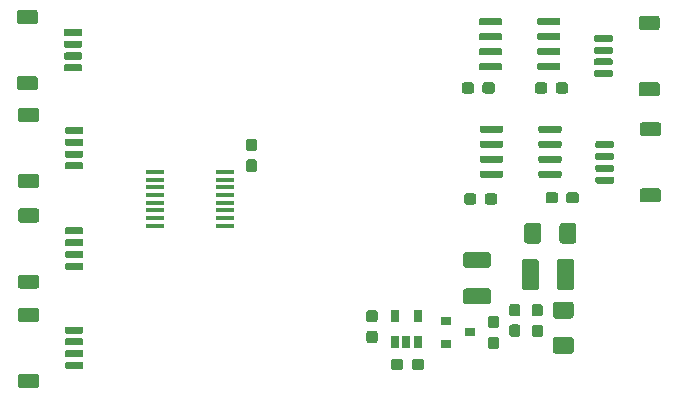
<source format=gtp>
G04 #@! TF.GenerationSoftware,KiCad,Pcbnew,(5.1.5-0)*
G04 #@! TF.CreationDate,2022-05-12T16:28:49-06:00*
G04 #@! TF.ProjectId,uart_mux,75617274-5f6d-4757-982e-6b696361645f,rev?*
G04 #@! TF.SameCoordinates,Original*
G04 #@! TF.FileFunction,Paste,Top*
G04 #@! TF.FilePolarity,Positive*
%FSLAX46Y46*%
G04 Gerber Fmt 4.6, Leading zero omitted, Abs format (unit mm)*
G04 Created by KiCad (PCBNEW (5.1.5-0)) date 2022-05-12 16:28:49*
%MOMM*%
%LPD*%
G04 APERTURE LIST*
%ADD10C,0.100000*%
%ADD11R,0.650000X1.060000*%
%ADD12R,0.900000X0.800000*%
%ADD13R,1.500000X0.450000*%
G04 APERTURE END LIST*
D10*
G36*
X129564703Y-65605722D02*
G01*
X129579264Y-65607882D01*
X129593543Y-65611459D01*
X129607403Y-65616418D01*
X129620710Y-65622712D01*
X129633336Y-65630280D01*
X129645159Y-65639048D01*
X129656066Y-65648934D01*
X129665952Y-65659841D01*
X129674720Y-65671664D01*
X129682288Y-65684290D01*
X129688582Y-65697597D01*
X129693541Y-65711457D01*
X129697118Y-65725736D01*
X129699278Y-65740297D01*
X129700000Y-65755000D01*
X129700000Y-66055000D01*
X129699278Y-66069703D01*
X129697118Y-66084264D01*
X129693541Y-66098543D01*
X129688582Y-66112403D01*
X129682288Y-66125710D01*
X129674720Y-66138336D01*
X129665952Y-66150159D01*
X129656066Y-66161066D01*
X129645159Y-66170952D01*
X129633336Y-66179720D01*
X129620710Y-66187288D01*
X129607403Y-66193582D01*
X129593543Y-66198541D01*
X129579264Y-66202118D01*
X129564703Y-66204278D01*
X129550000Y-66205000D01*
X127900000Y-66205000D01*
X127885297Y-66204278D01*
X127870736Y-66202118D01*
X127856457Y-66198541D01*
X127842597Y-66193582D01*
X127829290Y-66187288D01*
X127816664Y-66179720D01*
X127804841Y-66170952D01*
X127793934Y-66161066D01*
X127784048Y-66150159D01*
X127775280Y-66138336D01*
X127767712Y-66125710D01*
X127761418Y-66112403D01*
X127756459Y-66098543D01*
X127752882Y-66084264D01*
X127750722Y-66069703D01*
X127750000Y-66055000D01*
X127750000Y-65755000D01*
X127750722Y-65740297D01*
X127752882Y-65725736D01*
X127756459Y-65711457D01*
X127761418Y-65697597D01*
X127767712Y-65684290D01*
X127775280Y-65671664D01*
X127784048Y-65659841D01*
X127793934Y-65648934D01*
X127804841Y-65639048D01*
X127816664Y-65630280D01*
X127829290Y-65622712D01*
X127842597Y-65616418D01*
X127856457Y-65611459D01*
X127870736Y-65607882D01*
X127885297Y-65605722D01*
X127900000Y-65605000D01*
X129550000Y-65605000D01*
X129564703Y-65605722D01*
G37*
G36*
X129564703Y-64335722D02*
G01*
X129579264Y-64337882D01*
X129593543Y-64341459D01*
X129607403Y-64346418D01*
X129620710Y-64352712D01*
X129633336Y-64360280D01*
X129645159Y-64369048D01*
X129656066Y-64378934D01*
X129665952Y-64389841D01*
X129674720Y-64401664D01*
X129682288Y-64414290D01*
X129688582Y-64427597D01*
X129693541Y-64441457D01*
X129697118Y-64455736D01*
X129699278Y-64470297D01*
X129700000Y-64485000D01*
X129700000Y-64785000D01*
X129699278Y-64799703D01*
X129697118Y-64814264D01*
X129693541Y-64828543D01*
X129688582Y-64842403D01*
X129682288Y-64855710D01*
X129674720Y-64868336D01*
X129665952Y-64880159D01*
X129656066Y-64891066D01*
X129645159Y-64900952D01*
X129633336Y-64909720D01*
X129620710Y-64917288D01*
X129607403Y-64923582D01*
X129593543Y-64928541D01*
X129579264Y-64932118D01*
X129564703Y-64934278D01*
X129550000Y-64935000D01*
X127900000Y-64935000D01*
X127885297Y-64934278D01*
X127870736Y-64932118D01*
X127856457Y-64928541D01*
X127842597Y-64923582D01*
X127829290Y-64917288D01*
X127816664Y-64909720D01*
X127804841Y-64900952D01*
X127793934Y-64891066D01*
X127784048Y-64880159D01*
X127775280Y-64868336D01*
X127767712Y-64855710D01*
X127761418Y-64842403D01*
X127756459Y-64828543D01*
X127752882Y-64814264D01*
X127750722Y-64799703D01*
X127750000Y-64785000D01*
X127750000Y-64485000D01*
X127750722Y-64470297D01*
X127752882Y-64455736D01*
X127756459Y-64441457D01*
X127761418Y-64427597D01*
X127767712Y-64414290D01*
X127775280Y-64401664D01*
X127784048Y-64389841D01*
X127793934Y-64378934D01*
X127804841Y-64369048D01*
X127816664Y-64360280D01*
X127829290Y-64352712D01*
X127842597Y-64346418D01*
X127856457Y-64341459D01*
X127870736Y-64337882D01*
X127885297Y-64335722D01*
X127900000Y-64335000D01*
X129550000Y-64335000D01*
X129564703Y-64335722D01*
G37*
G36*
X129564703Y-63065722D02*
G01*
X129579264Y-63067882D01*
X129593543Y-63071459D01*
X129607403Y-63076418D01*
X129620710Y-63082712D01*
X129633336Y-63090280D01*
X129645159Y-63099048D01*
X129656066Y-63108934D01*
X129665952Y-63119841D01*
X129674720Y-63131664D01*
X129682288Y-63144290D01*
X129688582Y-63157597D01*
X129693541Y-63171457D01*
X129697118Y-63185736D01*
X129699278Y-63200297D01*
X129700000Y-63215000D01*
X129700000Y-63515000D01*
X129699278Y-63529703D01*
X129697118Y-63544264D01*
X129693541Y-63558543D01*
X129688582Y-63572403D01*
X129682288Y-63585710D01*
X129674720Y-63598336D01*
X129665952Y-63610159D01*
X129656066Y-63621066D01*
X129645159Y-63630952D01*
X129633336Y-63639720D01*
X129620710Y-63647288D01*
X129607403Y-63653582D01*
X129593543Y-63658541D01*
X129579264Y-63662118D01*
X129564703Y-63664278D01*
X129550000Y-63665000D01*
X127900000Y-63665000D01*
X127885297Y-63664278D01*
X127870736Y-63662118D01*
X127856457Y-63658541D01*
X127842597Y-63653582D01*
X127829290Y-63647288D01*
X127816664Y-63639720D01*
X127804841Y-63630952D01*
X127793934Y-63621066D01*
X127784048Y-63610159D01*
X127775280Y-63598336D01*
X127767712Y-63585710D01*
X127761418Y-63572403D01*
X127756459Y-63558543D01*
X127752882Y-63544264D01*
X127750722Y-63529703D01*
X127750000Y-63515000D01*
X127750000Y-63215000D01*
X127750722Y-63200297D01*
X127752882Y-63185736D01*
X127756459Y-63171457D01*
X127761418Y-63157597D01*
X127767712Y-63144290D01*
X127775280Y-63131664D01*
X127784048Y-63119841D01*
X127793934Y-63108934D01*
X127804841Y-63099048D01*
X127816664Y-63090280D01*
X127829290Y-63082712D01*
X127842597Y-63076418D01*
X127856457Y-63071459D01*
X127870736Y-63067882D01*
X127885297Y-63065722D01*
X127900000Y-63065000D01*
X129550000Y-63065000D01*
X129564703Y-63065722D01*
G37*
G36*
X129564703Y-61795722D02*
G01*
X129579264Y-61797882D01*
X129593543Y-61801459D01*
X129607403Y-61806418D01*
X129620710Y-61812712D01*
X129633336Y-61820280D01*
X129645159Y-61829048D01*
X129656066Y-61838934D01*
X129665952Y-61849841D01*
X129674720Y-61861664D01*
X129682288Y-61874290D01*
X129688582Y-61887597D01*
X129693541Y-61901457D01*
X129697118Y-61915736D01*
X129699278Y-61930297D01*
X129700000Y-61945000D01*
X129700000Y-62245000D01*
X129699278Y-62259703D01*
X129697118Y-62274264D01*
X129693541Y-62288543D01*
X129688582Y-62302403D01*
X129682288Y-62315710D01*
X129674720Y-62328336D01*
X129665952Y-62340159D01*
X129656066Y-62351066D01*
X129645159Y-62360952D01*
X129633336Y-62369720D01*
X129620710Y-62377288D01*
X129607403Y-62383582D01*
X129593543Y-62388541D01*
X129579264Y-62392118D01*
X129564703Y-62394278D01*
X129550000Y-62395000D01*
X127900000Y-62395000D01*
X127885297Y-62394278D01*
X127870736Y-62392118D01*
X127856457Y-62388541D01*
X127842597Y-62383582D01*
X127829290Y-62377288D01*
X127816664Y-62369720D01*
X127804841Y-62360952D01*
X127793934Y-62351066D01*
X127784048Y-62340159D01*
X127775280Y-62328336D01*
X127767712Y-62315710D01*
X127761418Y-62302403D01*
X127756459Y-62288543D01*
X127752882Y-62274264D01*
X127750722Y-62259703D01*
X127750000Y-62245000D01*
X127750000Y-61945000D01*
X127750722Y-61930297D01*
X127752882Y-61915736D01*
X127756459Y-61901457D01*
X127761418Y-61887597D01*
X127767712Y-61874290D01*
X127775280Y-61861664D01*
X127784048Y-61849841D01*
X127793934Y-61838934D01*
X127804841Y-61829048D01*
X127816664Y-61820280D01*
X127829290Y-61812712D01*
X127842597Y-61806418D01*
X127856457Y-61801459D01*
X127870736Y-61797882D01*
X127885297Y-61795722D01*
X127900000Y-61795000D01*
X129550000Y-61795000D01*
X129564703Y-61795722D01*
G37*
G36*
X134514703Y-61795722D02*
G01*
X134529264Y-61797882D01*
X134543543Y-61801459D01*
X134557403Y-61806418D01*
X134570710Y-61812712D01*
X134583336Y-61820280D01*
X134595159Y-61829048D01*
X134606066Y-61838934D01*
X134615952Y-61849841D01*
X134624720Y-61861664D01*
X134632288Y-61874290D01*
X134638582Y-61887597D01*
X134643541Y-61901457D01*
X134647118Y-61915736D01*
X134649278Y-61930297D01*
X134650000Y-61945000D01*
X134650000Y-62245000D01*
X134649278Y-62259703D01*
X134647118Y-62274264D01*
X134643541Y-62288543D01*
X134638582Y-62302403D01*
X134632288Y-62315710D01*
X134624720Y-62328336D01*
X134615952Y-62340159D01*
X134606066Y-62351066D01*
X134595159Y-62360952D01*
X134583336Y-62369720D01*
X134570710Y-62377288D01*
X134557403Y-62383582D01*
X134543543Y-62388541D01*
X134529264Y-62392118D01*
X134514703Y-62394278D01*
X134500000Y-62395000D01*
X132850000Y-62395000D01*
X132835297Y-62394278D01*
X132820736Y-62392118D01*
X132806457Y-62388541D01*
X132792597Y-62383582D01*
X132779290Y-62377288D01*
X132766664Y-62369720D01*
X132754841Y-62360952D01*
X132743934Y-62351066D01*
X132734048Y-62340159D01*
X132725280Y-62328336D01*
X132717712Y-62315710D01*
X132711418Y-62302403D01*
X132706459Y-62288543D01*
X132702882Y-62274264D01*
X132700722Y-62259703D01*
X132700000Y-62245000D01*
X132700000Y-61945000D01*
X132700722Y-61930297D01*
X132702882Y-61915736D01*
X132706459Y-61901457D01*
X132711418Y-61887597D01*
X132717712Y-61874290D01*
X132725280Y-61861664D01*
X132734048Y-61849841D01*
X132743934Y-61838934D01*
X132754841Y-61829048D01*
X132766664Y-61820280D01*
X132779290Y-61812712D01*
X132792597Y-61806418D01*
X132806457Y-61801459D01*
X132820736Y-61797882D01*
X132835297Y-61795722D01*
X132850000Y-61795000D01*
X134500000Y-61795000D01*
X134514703Y-61795722D01*
G37*
G36*
X134514703Y-63065722D02*
G01*
X134529264Y-63067882D01*
X134543543Y-63071459D01*
X134557403Y-63076418D01*
X134570710Y-63082712D01*
X134583336Y-63090280D01*
X134595159Y-63099048D01*
X134606066Y-63108934D01*
X134615952Y-63119841D01*
X134624720Y-63131664D01*
X134632288Y-63144290D01*
X134638582Y-63157597D01*
X134643541Y-63171457D01*
X134647118Y-63185736D01*
X134649278Y-63200297D01*
X134650000Y-63215000D01*
X134650000Y-63515000D01*
X134649278Y-63529703D01*
X134647118Y-63544264D01*
X134643541Y-63558543D01*
X134638582Y-63572403D01*
X134632288Y-63585710D01*
X134624720Y-63598336D01*
X134615952Y-63610159D01*
X134606066Y-63621066D01*
X134595159Y-63630952D01*
X134583336Y-63639720D01*
X134570710Y-63647288D01*
X134557403Y-63653582D01*
X134543543Y-63658541D01*
X134529264Y-63662118D01*
X134514703Y-63664278D01*
X134500000Y-63665000D01*
X132850000Y-63665000D01*
X132835297Y-63664278D01*
X132820736Y-63662118D01*
X132806457Y-63658541D01*
X132792597Y-63653582D01*
X132779290Y-63647288D01*
X132766664Y-63639720D01*
X132754841Y-63630952D01*
X132743934Y-63621066D01*
X132734048Y-63610159D01*
X132725280Y-63598336D01*
X132717712Y-63585710D01*
X132711418Y-63572403D01*
X132706459Y-63558543D01*
X132702882Y-63544264D01*
X132700722Y-63529703D01*
X132700000Y-63515000D01*
X132700000Y-63215000D01*
X132700722Y-63200297D01*
X132702882Y-63185736D01*
X132706459Y-63171457D01*
X132711418Y-63157597D01*
X132717712Y-63144290D01*
X132725280Y-63131664D01*
X132734048Y-63119841D01*
X132743934Y-63108934D01*
X132754841Y-63099048D01*
X132766664Y-63090280D01*
X132779290Y-63082712D01*
X132792597Y-63076418D01*
X132806457Y-63071459D01*
X132820736Y-63067882D01*
X132835297Y-63065722D01*
X132850000Y-63065000D01*
X134500000Y-63065000D01*
X134514703Y-63065722D01*
G37*
G36*
X134514703Y-64335722D02*
G01*
X134529264Y-64337882D01*
X134543543Y-64341459D01*
X134557403Y-64346418D01*
X134570710Y-64352712D01*
X134583336Y-64360280D01*
X134595159Y-64369048D01*
X134606066Y-64378934D01*
X134615952Y-64389841D01*
X134624720Y-64401664D01*
X134632288Y-64414290D01*
X134638582Y-64427597D01*
X134643541Y-64441457D01*
X134647118Y-64455736D01*
X134649278Y-64470297D01*
X134650000Y-64485000D01*
X134650000Y-64785000D01*
X134649278Y-64799703D01*
X134647118Y-64814264D01*
X134643541Y-64828543D01*
X134638582Y-64842403D01*
X134632288Y-64855710D01*
X134624720Y-64868336D01*
X134615952Y-64880159D01*
X134606066Y-64891066D01*
X134595159Y-64900952D01*
X134583336Y-64909720D01*
X134570710Y-64917288D01*
X134557403Y-64923582D01*
X134543543Y-64928541D01*
X134529264Y-64932118D01*
X134514703Y-64934278D01*
X134500000Y-64935000D01*
X132850000Y-64935000D01*
X132835297Y-64934278D01*
X132820736Y-64932118D01*
X132806457Y-64928541D01*
X132792597Y-64923582D01*
X132779290Y-64917288D01*
X132766664Y-64909720D01*
X132754841Y-64900952D01*
X132743934Y-64891066D01*
X132734048Y-64880159D01*
X132725280Y-64868336D01*
X132717712Y-64855710D01*
X132711418Y-64842403D01*
X132706459Y-64828543D01*
X132702882Y-64814264D01*
X132700722Y-64799703D01*
X132700000Y-64785000D01*
X132700000Y-64485000D01*
X132700722Y-64470297D01*
X132702882Y-64455736D01*
X132706459Y-64441457D01*
X132711418Y-64427597D01*
X132717712Y-64414290D01*
X132725280Y-64401664D01*
X132734048Y-64389841D01*
X132743934Y-64378934D01*
X132754841Y-64369048D01*
X132766664Y-64360280D01*
X132779290Y-64352712D01*
X132792597Y-64346418D01*
X132806457Y-64341459D01*
X132820736Y-64337882D01*
X132835297Y-64335722D01*
X132850000Y-64335000D01*
X134500000Y-64335000D01*
X134514703Y-64335722D01*
G37*
G36*
X134514703Y-65605722D02*
G01*
X134529264Y-65607882D01*
X134543543Y-65611459D01*
X134557403Y-65616418D01*
X134570710Y-65622712D01*
X134583336Y-65630280D01*
X134595159Y-65639048D01*
X134606066Y-65648934D01*
X134615952Y-65659841D01*
X134624720Y-65671664D01*
X134632288Y-65684290D01*
X134638582Y-65697597D01*
X134643541Y-65711457D01*
X134647118Y-65725736D01*
X134649278Y-65740297D01*
X134650000Y-65755000D01*
X134650000Y-66055000D01*
X134649278Y-66069703D01*
X134647118Y-66084264D01*
X134643541Y-66098543D01*
X134638582Y-66112403D01*
X134632288Y-66125710D01*
X134624720Y-66138336D01*
X134615952Y-66150159D01*
X134606066Y-66161066D01*
X134595159Y-66170952D01*
X134583336Y-66179720D01*
X134570710Y-66187288D01*
X134557403Y-66193582D01*
X134543543Y-66198541D01*
X134529264Y-66202118D01*
X134514703Y-66204278D01*
X134500000Y-66205000D01*
X132850000Y-66205000D01*
X132835297Y-66204278D01*
X132820736Y-66202118D01*
X132806457Y-66198541D01*
X132792597Y-66193582D01*
X132779290Y-66187288D01*
X132766664Y-66179720D01*
X132754841Y-66170952D01*
X132743934Y-66161066D01*
X132734048Y-66150159D01*
X132725280Y-66138336D01*
X132717712Y-66125710D01*
X132711418Y-66112403D01*
X132706459Y-66098543D01*
X132702882Y-66084264D01*
X132700722Y-66069703D01*
X132700000Y-66055000D01*
X132700000Y-65755000D01*
X132700722Y-65740297D01*
X132702882Y-65725736D01*
X132706459Y-65711457D01*
X132711418Y-65697597D01*
X132717712Y-65684290D01*
X132725280Y-65671664D01*
X132734048Y-65659841D01*
X132743934Y-65648934D01*
X132754841Y-65639048D01*
X132766664Y-65630280D01*
X132779290Y-65622712D01*
X132792597Y-65616418D01*
X132806457Y-65611459D01*
X132820736Y-65607882D01*
X132835297Y-65605722D01*
X132850000Y-65605000D01*
X134500000Y-65605000D01*
X134514703Y-65605722D01*
G37*
G36*
X129664703Y-74705722D02*
G01*
X129679264Y-74707882D01*
X129693543Y-74711459D01*
X129707403Y-74716418D01*
X129720710Y-74722712D01*
X129733336Y-74730280D01*
X129745159Y-74739048D01*
X129756066Y-74748934D01*
X129765952Y-74759841D01*
X129774720Y-74771664D01*
X129782288Y-74784290D01*
X129788582Y-74797597D01*
X129793541Y-74811457D01*
X129797118Y-74825736D01*
X129799278Y-74840297D01*
X129800000Y-74855000D01*
X129800000Y-75155000D01*
X129799278Y-75169703D01*
X129797118Y-75184264D01*
X129793541Y-75198543D01*
X129788582Y-75212403D01*
X129782288Y-75225710D01*
X129774720Y-75238336D01*
X129765952Y-75250159D01*
X129756066Y-75261066D01*
X129745159Y-75270952D01*
X129733336Y-75279720D01*
X129720710Y-75287288D01*
X129707403Y-75293582D01*
X129693543Y-75298541D01*
X129679264Y-75302118D01*
X129664703Y-75304278D01*
X129650000Y-75305000D01*
X128000000Y-75305000D01*
X127985297Y-75304278D01*
X127970736Y-75302118D01*
X127956457Y-75298541D01*
X127942597Y-75293582D01*
X127929290Y-75287288D01*
X127916664Y-75279720D01*
X127904841Y-75270952D01*
X127893934Y-75261066D01*
X127884048Y-75250159D01*
X127875280Y-75238336D01*
X127867712Y-75225710D01*
X127861418Y-75212403D01*
X127856459Y-75198543D01*
X127852882Y-75184264D01*
X127850722Y-75169703D01*
X127850000Y-75155000D01*
X127850000Y-74855000D01*
X127850722Y-74840297D01*
X127852882Y-74825736D01*
X127856459Y-74811457D01*
X127861418Y-74797597D01*
X127867712Y-74784290D01*
X127875280Y-74771664D01*
X127884048Y-74759841D01*
X127893934Y-74748934D01*
X127904841Y-74739048D01*
X127916664Y-74730280D01*
X127929290Y-74722712D01*
X127942597Y-74716418D01*
X127956457Y-74711459D01*
X127970736Y-74707882D01*
X127985297Y-74705722D01*
X128000000Y-74705000D01*
X129650000Y-74705000D01*
X129664703Y-74705722D01*
G37*
G36*
X129664703Y-73435722D02*
G01*
X129679264Y-73437882D01*
X129693543Y-73441459D01*
X129707403Y-73446418D01*
X129720710Y-73452712D01*
X129733336Y-73460280D01*
X129745159Y-73469048D01*
X129756066Y-73478934D01*
X129765952Y-73489841D01*
X129774720Y-73501664D01*
X129782288Y-73514290D01*
X129788582Y-73527597D01*
X129793541Y-73541457D01*
X129797118Y-73555736D01*
X129799278Y-73570297D01*
X129800000Y-73585000D01*
X129800000Y-73885000D01*
X129799278Y-73899703D01*
X129797118Y-73914264D01*
X129793541Y-73928543D01*
X129788582Y-73942403D01*
X129782288Y-73955710D01*
X129774720Y-73968336D01*
X129765952Y-73980159D01*
X129756066Y-73991066D01*
X129745159Y-74000952D01*
X129733336Y-74009720D01*
X129720710Y-74017288D01*
X129707403Y-74023582D01*
X129693543Y-74028541D01*
X129679264Y-74032118D01*
X129664703Y-74034278D01*
X129650000Y-74035000D01*
X128000000Y-74035000D01*
X127985297Y-74034278D01*
X127970736Y-74032118D01*
X127956457Y-74028541D01*
X127942597Y-74023582D01*
X127929290Y-74017288D01*
X127916664Y-74009720D01*
X127904841Y-74000952D01*
X127893934Y-73991066D01*
X127884048Y-73980159D01*
X127875280Y-73968336D01*
X127867712Y-73955710D01*
X127861418Y-73942403D01*
X127856459Y-73928543D01*
X127852882Y-73914264D01*
X127850722Y-73899703D01*
X127850000Y-73885000D01*
X127850000Y-73585000D01*
X127850722Y-73570297D01*
X127852882Y-73555736D01*
X127856459Y-73541457D01*
X127861418Y-73527597D01*
X127867712Y-73514290D01*
X127875280Y-73501664D01*
X127884048Y-73489841D01*
X127893934Y-73478934D01*
X127904841Y-73469048D01*
X127916664Y-73460280D01*
X127929290Y-73452712D01*
X127942597Y-73446418D01*
X127956457Y-73441459D01*
X127970736Y-73437882D01*
X127985297Y-73435722D01*
X128000000Y-73435000D01*
X129650000Y-73435000D01*
X129664703Y-73435722D01*
G37*
G36*
X129664703Y-72165722D02*
G01*
X129679264Y-72167882D01*
X129693543Y-72171459D01*
X129707403Y-72176418D01*
X129720710Y-72182712D01*
X129733336Y-72190280D01*
X129745159Y-72199048D01*
X129756066Y-72208934D01*
X129765952Y-72219841D01*
X129774720Y-72231664D01*
X129782288Y-72244290D01*
X129788582Y-72257597D01*
X129793541Y-72271457D01*
X129797118Y-72285736D01*
X129799278Y-72300297D01*
X129800000Y-72315000D01*
X129800000Y-72615000D01*
X129799278Y-72629703D01*
X129797118Y-72644264D01*
X129793541Y-72658543D01*
X129788582Y-72672403D01*
X129782288Y-72685710D01*
X129774720Y-72698336D01*
X129765952Y-72710159D01*
X129756066Y-72721066D01*
X129745159Y-72730952D01*
X129733336Y-72739720D01*
X129720710Y-72747288D01*
X129707403Y-72753582D01*
X129693543Y-72758541D01*
X129679264Y-72762118D01*
X129664703Y-72764278D01*
X129650000Y-72765000D01*
X128000000Y-72765000D01*
X127985297Y-72764278D01*
X127970736Y-72762118D01*
X127956457Y-72758541D01*
X127942597Y-72753582D01*
X127929290Y-72747288D01*
X127916664Y-72739720D01*
X127904841Y-72730952D01*
X127893934Y-72721066D01*
X127884048Y-72710159D01*
X127875280Y-72698336D01*
X127867712Y-72685710D01*
X127861418Y-72672403D01*
X127856459Y-72658543D01*
X127852882Y-72644264D01*
X127850722Y-72629703D01*
X127850000Y-72615000D01*
X127850000Y-72315000D01*
X127850722Y-72300297D01*
X127852882Y-72285736D01*
X127856459Y-72271457D01*
X127861418Y-72257597D01*
X127867712Y-72244290D01*
X127875280Y-72231664D01*
X127884048Y-72219841D01*
X127893934Y-72208934D01*
X127904841Y-72199048D01*
X127916664Y-72190280D01*
X127929290Y-72182712D01*
X127942597Y-72176418D01*
X127956457Y-72171459D01*
X127970736Y-72167882D01*
X127985297Y-72165722D01*
X128000000Y-72165000D01*
X129650000Y-72165000D01*
X129664703Y-72165722D01*
G37*
G36*
X129664703Y-70895722D02*
G01*
X129679264Y-70897882D01*
X129693543Y-70901459D01*
X129707403Y-70906418D01*
X129720710Y-70912712D01*
X129733336Y-70920280D01*
X129745159Y-70929048D01*
X129756066Y-70938934D01*
X129765952Y-70949841D01*
X129774720Y-70961664D01*
X129782288Y-70974290D01*
X129788582Y-70987597D01*
X129793541Y-71001457D01*
X129797118Y-71015736D01*
X129799278Y-71030297D01*
X129800000Y-71045000D01*
X129800000Y-71345000D01*
X129799278Y-71359703D01*
X129797118Y-71374264D01*
X129793541Y-71388543D01*
X129788582Y-71402403D01*
X129782288Y-71415710D01*
X129774720Y-71428336D01*
X129765952Y-71440159D01*
X129756066Y-71451066D01*
X129745159Y-71460952D01*
X129733336Y-71469720D01*
X129720710Y-71477288D01*
X129707403Y-71483582D01*
X129693543Y-71488541D01*
X129679264Y-71492118D01*
X129664703Y-71494278D01*
X129650000Y-71495000D01*
X128000000Y-71495000D01*
X127985297Y-71494278D01*
X127970736Y-71492118D01*
X127956457Y-71488541D01*
X127942597Y-71483582D01*
X127929290Y-71477288D01*
X127916664Y-71469720D01*
X127904841Y-71460952D01*
X127893934Y-71451066D01*
X127884048Y-71440159D01*
X127875280Y-71428336D01*
X127867712Y-71415710D01*
X127861418Y-71402403D01*
X127856459Y-71388543D01*
X127852882Y-71374264D01*
X127850722Y-71359703D01*
X127850000Y-71345000D01*
X127850000Y-71045000D01*
X127850722Y-71030297D01*
X127852882Y-71015736D01*
X127856459Y-71001457D01*
X127861418Y-70987597D01*
X127867712Y-70974290D01*
X127875280Y-70961664D01*
X127884048Y-70949841D01*
X127893934Y-70938934D01*
X127904841Y-70929048D01*
X127916664Y-70920280D01*
X127929290Y-70912712D01*
X127942597Y-70906418D01*
X127956457Y-70901459D01*
X127970736Y-70897882D01*
X127985297Y-70895722D01*
X128000000Y-70895000D01*
X129650000Y-70895000D01*
X129664703Y-70895722D01*
G37*
G36*
X134614703Y-70895722D02*
G01*
X134629264Y-70897882D01*
X134643543Y-70901459D01*
X134657403Y-70906418D01*
X134670710Y-70912712D01*
X134683336Y-70920280D01*
X134695159Y-70929048D01*
X134706066Y-70938934D01*
X134715952Y-70949841D01*
X134724720Y-70961664D01*
X134732288Y-70974290D01*
X134738582Y-70987597D01*
X134743541Y-71001457D01*
X134747118Y-71015736D01*
X134749278Y-71030297D01*
X134750000Y-71045000D01*
X134750000Y-71345000D01*
X134749278Y-71359703D01*
X134747118Y-71374264D01*
X134743541Y-71388543D01*
X134738582Y-71402403D01*
X134732288Y-71415710D01*
X134724720Y-71428336D01*
X134715952Y-71440159D01*
X134706066Y-71451066D01*
X134695159Y-71460952D01*
X134683336Y-71469720D01*
X134670710Y-71477288D01*
X134657403Y-71483582D01*
X134643543Y-71488541D01*
X134629264Y-71492118D01*
X134614703Y-71494278D01*
X134600000Y-71495000D01*
X132950000Y-71495000D01*
X132935297Y-71494278D01*
X132920736Y-71492118D01*
X132906457Y-71488541D01*
X132892597Y-71483582D01*
X132879290Y-71477288D01*
X132866664Y-71469720D01*
X132854841Y-71460952D01*
X132843934Y-71451066D01*
X132834048Y-71440159D01*
X132825280Y-71428336D01*
X132817712Y-71415710D01*
X132811418Y-71402403D01*
X132806459Y-71388543D01*
X132802882Y-71374264D01*
X132800722Y-71359703D01*
X132800000Y-71345000D01*
X132800000Y-71045000D01*
X132800722Y-71030297D01*
X132802882Y-71015736D01*
X132806459Y-71001457D01*
X132811418Y-70987597D01*
X132817712Y-70974290D01*
X132825280Y-70961664D01*
X132834048Y-70949841D01*
X132843934Y-70938934D01*
X132854841Y-70929048D01*
X132866664Y-70920280D01*
X132879290Y-70912712D01*
X132892597Y-70906418D01*
X132906457Y-70901459D01*
X132920736Y-70897882D01*
X132935297Y-70895722D01*
X132950000Y-70895000D01*
X134600000Y-70895000D01*
X134614703Y-70895722D01*
G37*
G36*
X134614703Y-72165722D02*
G01*
X134629264Y-72167882D01*
X134643543Y-72171459D01*
X134657403Y-72176418D01*
X134670710Y-72182712D01*
X134683336Y-72190280D01*
X134695159Y-72199048D01*
X134706066Y-72208934D01*
X134715952Y-72219841D01*
X134724720Y-72231664D01*
X134732288Y-72244290D01*
X134738582Y-72257597D01*
X134743541Y-72271457D01*
X134747118Y-72285736D01*
X134749278Y-72300297D01*
X134750000Y-72315000D01*
X134750000Y-72615000D01*
X134749278Y-72629703D01*
X134747118Y-72644264D01*
X134743541Y-72658543D01*
X134738582Y-72672403D01*
X134732288Y-72685710D01*
X134724720Y-72698336D01*
X134715952Y-72710159D01*
X134706066Y-72721066D01*
X134695159Y-72730952D01*
X134683336Y-72739720D01*
X134670710Y-72747288D01*
X134657403Y-72753582D01*
X134643543Y-72758541D01*
X134629264Y-72762118D01*
X134614703Y-72764278D01*
X134600000Y-72765000D01*
X132950000Y-72765000D01*
X132935297Y-72764278D01*
X132920736Y-72762118D01*
X132906457Y-72758541D01*
X132892597Y-72753582D01*
X132879290Y-72747288D01*
X132866664Y-72739720D01*
X132854841Y-72730952D01*
X132843934Y-72721066D01*
X132834048Y-72710159D01*
X132825280Y-72698336D01*
X132817712Y-72685710D01*
X132811418Y-72672403D01*
X132806459Y-72658543D01*
X132802882Y-72644264D01*
X132800722Y-72629703D01*
X132800000Y-72615000D01*
X132800000Y-72315000D01*
X132800722Y-72300297D01*
X132802882Y-72285736D01*
X132806459Y-72271457D01*
X132811418Y-72257597D01*
X132817712Y-72244290D01*
X132825280Y-72231664D01*
X132834048Y-72219841D01*
X132843934Y-72208934D01*
X132854841Y-72199048D01*
X132866664Y-72190280D01*
X132879290Y-72182712D01*
X132892597Y-72176418D01*
X132906457Y-72171459D01*
X132920736Y-72167882D01*
X132935297Y-72165722D01*
X132950000Y-72165000D01*
X134600000Y-72165000D01*
X134614703Y-72165722D01*
G37*
G36*
X134614703Y-73435722D02*
G01*
X134629264Y-73437882D01*
X134643543Y-73441459D01*
X134657403Y-73446418D01*
X134670710Y-73452712D01*
X134683336Y-73460280D01*
X134695159Y-73469048D01*
X134706066Y-73478934D01*
X134715952Y-73489841D01*
X134724720Y-73501664D01*
X134732288Y-73514290D01*
X134738582Y-73527597D01*
X134743541Y-73541457D01*
X134747118Y-73555736D01*
X134749278Y-73570297D01*
X134750000Y-73585000D01*
X134750000Y-73885000D01*
X134749278Y-73899703D01*
X134747118Y-73914264D01*
X134743541Y-73928543D01*
X134738582Y-73942403D01*
X134732288Y-73955710D01*
X134724720Y-73968336D01*
X134715952Y-73980159D01*
X134706066Y-73991066D01*
X134695159Y-74000952D01*
X134683336Y-74009720D01*
X134670710Y-74017288D01*
X134657403Y-74023582D01*
X134643543Y-74028541D01*
X134629264Y-74032118D01*
X134614703Y-74034278D01*
X134600000Y-74035000D01*
X132950000Y-74035000D01*
X132935297Y-74034278D01*
X132920736Y-74032118D01*
X132906457Y-74028541D01*
X132892597Y-74023582D01*
X132879290Y-74017288D01*
X132866664Y-74009720D01*
X132854841Y-74000952D01*
X132843934Y-73991066D01*
X132834048Y-73980159D01*
X132825280Y-73968336D01*
X132817712Y-73955710D01*
X132811418Y-73942403D01*
X132806459Y-73928543D01*
X132802882Y-73914264D01*
X132800722Y-73899703D01*
X132800000Y-73885000D01*
X132800000Y-73585000D01*
X132800722Y-73570297D01*
X132802882Y-73555736D01*
X132806459Y-73541457D01*
X132811418Y-73527597D01*
X132817712Y-73514290D01*
X132825280Y-73501664D01*
X132834048Y-73489841D01*
X132843934Y-73478934D01*
X132854841Y-73469048D01*
X132866664Y-73460280D01*
X132879290Y-73452712D01*
X132892597Y-73446418D01*
X132906457Y-73441459D01*
X132920736Y-73437882D01*
X132935297Y-73435722D01*
X132950000Y-73435000D01*
X134600000Y-73435000D01*
X134614703Y-73435722D01*
G37*
G36*
X134614703Y-74705722D02*
G01*
X134629264Y-74707882D01*
X134643543Y-74711459D01*
X134657403Y-74716418D01*
X134670710Y-74722712D01*
X134683336Y-74730280D01*
X134695159Y-74739048D01*
X134706066Y-74748934D01*
X134715952Y-74759841D01*
X134724720Y-74771664D01*
X134732288Y-74784290D01*
X134738582Y-74797597D01*
X134743541Y-74811457D01*
X134747118Y-74825736D01*
X134749278Y-74840297D01*
X134750000Y-74855000D01*
X134750000Y-75155000D01*
X134749278Y-75169703D01*
X134747118Y-75184264D01*
X134743541Y-75198543D01*
X134738582Y-75212403D01*
X134732288Y-75225710D01*
X134724720Y-75238336D01*
X134715952Y-75250159D01*
X134706066Y-75261066D01*
X134695159Y-75270952D01*
X134683336Y-75279720D01*
X134670710Y-75287288D01*
X134657403Y-75293582D01*
X134643543Y-75298541D01*
X134629264Y-75302118D01*
X134614703Y-75304278D01*
X134600000Y-75305000D01*
X132950000Y-75305000D01*
X132935297Y-75304278D01*
X132920736Y-75302118D01*
X132906457Y-75298541D01*
X132892597Y-75293582D01*
X132879290Y-75287288D01*
X132866664Y-75279720D01*
X132854841Y-75270952D01*
X132843934Y-75261066D01*
X132834048Y-75250159D01*
X132825280Y-75238336D01*
X132817712Y-75225710D01*
X132811418Y-75212403D01*
X132806459Y-75198543D01*
X132802882Y-75184264D01*
X132800722Y-75169703D01*
X132800000Y-75155000D01*
X132800000Y-74855000D01*
X132800722Y-74840297D01*
X132802882Y-74825736D01*
X132806459Y-74811457D01*
X132811418Y-74797597D01*
X132817712Y-74784290D01*
X132825280Y-74771664D01*
X132834048Y-74759841D01*
X132843934Y-74748934D01*
X132854841Y-74739048D01*
X132866664Y-74730280D01*
X132879290Y-74722712D01*
X132892597Y-74716418D01*
X132906457Y-74711459D01*
X132920736Y-74707882D01*
X132935297Y-74705722D01*
X132950000Y-74705000D01*
X134600000Y-74705000D01*
X134614703Y-74705722D01*
G37*
G36*
X142949505Y-70601204D02*
G01*
X142973773Y-70604804D01*
X142997572Y-70610765D01*
X143020671Y-70619030D01*
X143042850Y-70629520D01*
X143063893Y-70642132D01*
X143083599Y-70656747D01*
X143101777Y-70673223D01*
X143118253Y-70691401D01*
X143132868Y-70711107D01*
X143145480Y-70732150D01*
X143155970Y-70754329D01*
X143164235Y-70777428D01*
X143170196Y-70801227D01*
X143173796Y-70825495D01*
X143175000Y-70849999D01*
X143175000Y-71550001D01*
X143173796Y-71574505D01*
X143170196Y-71598773D01*
X143164235Y-71622572D01*
X143155970Y-71645671D01*
X143145480Y-71667850D01*
X143132868Y-71688893D01*
X143118253Y-71708599D01*
X143101777Y-71726777D01*
X143083599Y-71743253D01*
X143063893Y-71757868D01*
X143042850Y-71770480D01*
X143020671Y-71780970D01*
X142997572Y-71789235D01*
X142973773Y-71795196D01*
X142949505Y-71798796D01*
X142925001Y-71800000D01*
X141624999Y-71800000D01*
X141600495Y-71798796D01*
X141576227Y-71795196D01*
X141552428Y-71789235D01*
X141529329Y-71780970D01*
X141507150Y-71770480D01*
X141486107Y-71757868D01*
X141466401Y-71743253D01*
X141448223Y-71726777D01*
X141431747Y-71708599D01*
X141417132Y-71688893D01*
X141404520Y-71667850D01*
X141394030Y-71645671D01*
X141385765Y-71622572D01*
X141379804Y-71598773D01*
X141376204Y-71574505D01*
X141375000Y-71550001D01*
X141375000Y-70849999D01*
X141376204Y-70825495D01*
X141379804Y-70801227D01*
X141385765Y-70777428D01*
X141394030Y-70754329D01*
X141404520Y-70732150D01*
X141417132Y-70711107D01*
X141431747Y-70691401D01*
X141448223Y-70673223D01*
X141466401Y-70656747D01*
X141486107Y-70642132D01*
X141507150Y-70629520D01*
X141529329Y-70619030D01*
X141552428Y-70610765D01*
X141576227Y-70604804D01*
X141600495Y-70601204D01*
X141624999Y-70600000D01*
X142925001Y-70600000D01*
X142949505Y-70601204D01*
G37*
G36*
X142949505Y-76201204D02*
G01*
X142973773Y-76204804D01*
X142997572Y-76210765D01*
X143020671Y-76219030D01*
X143042850Y-76229520D01*
X143063893Y-76242132D01*
X143083599Y-76256747D01*
X143101777Y-76273223D01*
X143118253Y-76291401D01*
X143132868Y-76311107D01*
X143145480Y-76332150D01*
X143155970Y-76354329D01*
X143164235Y-76377428D01*
X143170196Y-76401227D01*
X143173796Y-76425495D01*
X143175000Y-76449999D01*
X143175000Y-77150001D01*
X143173796Y-77174505D01*
X143170196Y-77198773D01*
X143164235Y-77222572D01*
X143155970Y-77245671D01*
X143145480Y-77267850D01*
X143132868Y-77288893D01*
X143118253Y-77308599D01*
X143101777Y-77326777D01*
X143083599Y-77343253D01*
X143063893Y-77357868D01*
X143042850Y-77370480D01*
X143020671Y-77380970D01*
X142997572Y-77389235D01*
X142973773Y-77395196D01*
X142949505Y-77398796D01*
X142925001Y-77400000D01*
X141624999Y-77400000D01*
X141600495Y-77398796D01*
X141576227Y-77395196D01*
X141552428Y-77389235D01*
X141529329Y-77380970D01*
X141507150Y-77370480D01*
X141486107Y-77357868D01*
X141466401Y-77343253D01*
X141448223Y-77326777D01*
X141431747Y-77308599D01*
X141417132Y-77288893D01*
X141404520Y-77267850D01*
X141394030Y-77245671D01*
X141385765Y-77222572D01*
X141379804Y-77198773D01*
X141376204Y-77174505D01*
X141375000Y-77150001D01*
X141375000Y-76449999D01*
X141376204Y-76425495D01*
X141379804Y-76401227D01*
X141385765Y-76377428D01*
X141394030Y-76354329D01*
X141404520Y-76332150D01*
X141417132Y-76311107D01*
X141431747Y-76291401D01*
X141448223Y-76273223D01*
X141466401Y-76256747D01*
X141486107Y-76242132D01*
X141507150Y-76229520D01*
X141529329Y-76219030D01*
X141552428Y-76210765D01*
X141576227Y-76204804D01*
X141600495Y-76201204D01*
X141624999Y-76200000D01*
X142925001Y-76200000D01*
X142949505Y-76201204D01*
G37*
G36*
X139039703Y-72200722D02*
G01*
X139054264Y-72202882D01*
X139068543Y-72206459D01*
X139082403Y-72211418D01*
X139095710Y-72217712D01*
X139108336Y-72225280D01*
X139120159Y-72234048D01*
X139131066Y-72243934D01*
X139140952Y-72254841D01*
X139149720Y-72266664D01*
X139157288Y-72279290D01*
X139163582Y-72292597D01*
X139168541Y-72306457D01*
X139172118Y-72320736D01*
X139174278Y-72335297D01*
X139175000Y-72350000D01*
X139175000Y-72650000D01*
X139174278Y-72664703D01*
X139172118Y-72679264D01*
X139168541Y-72693543D01*
X139163582Y-72707403D01*
X139157288Y-72720710D01*
X139149720Y-72733336D01*
X139140952Y-72745159D01*
X139131066Y-72756066D01*
X139120159Y-72765952D01*
X139108336Y-72774720D01*
X139095710Y-72782288D01*
X139082403Y-72788582D01*
X139068543Y-72793541D01*
X139054264Y-72797118D01*
X139039703Y-72799278D01*
X139025000Y-72800000D01*
X137775000Y-72800000D01*
X137760297Y-72799278D01*
X137745736Y-72797118D01*
X137731457Y-72793541D01*
X137717597Y-72788582D01*
X137704290Y-72782288D01*
X137691664Y-72774720D01*
X137679841Y-72765952D01*
X137668934Y-72756066D01*
X137659048Y-72745159D01*
X137650280Y-72733336D01*
X137642712Y-72720710D01*
X137636418Y-72707403D01*
X137631459Y-72693543D01*
X137627882Y-72679264D01*
X137625722Y-72664703D01*
X137625000Y-72650000D01*
X137625000Y-72350000D01*
X137625722Y-72335297D01*
X137627882Y-72320736D01*
X137631459Y-72306457D01*
X137636418Y-72292597D01*
X137642712Y-72279290D01*
X137650280Y-72266664D01*
X137659048Y-72254841D01*
X137668934Y-72243934D01*
X137679841Y-72234048D01*
X137691664Y-72225280D01*
X137704290Y-72217712D01*
X137717597Y-72211418D01*
X137731457Y-72206459D01*
X137745736Y-72202882D01*
X137760297Y-72200722D01*
X137775000Y-72200000D01*
X139025000Y-72200000D01*
X139039703Y-72200722D01*
G37*
G36*
X139039703Y-73200722D02*
G01*
X139054264Y-73202882D01*
X139068543Y-73206459D01*
X139082403Y-73211418D01*
X139095710Y-73217712D01*
X139108336Y-73225280D01*
X139120159Y-73234048D01*
X139131066Y-73243934D01*
X139140952Y-73254841D01*
X139149720Y-73266664D01*
X139157288Y-73279290D01*
X139163582Y-73292597D01*
X139168541Y-73306457D01*
X139172118Y-73320736D01*
X139174278Y-73335297D01*
X139175000Y-73350000D01*
X139175000Y-73650000D01*
X139174278Y-73664703D01*
X139172118Y-73679264D01*
X139168541Y-73693543D01*
X139163582Y-73707403D01*
X139157288Y-73720710D01*
X139149720Y-73733336D01*
X139140952Y-73745159D01*
X139131066Y-73756066D01*
X139120159Y-73765952D01*
X139108336Y-73774720D01*
X139095710Y-73782288D01*
X139082403Y-73788582D01*
X139068543Y-73793541D01*
X139054264Y-73797118D01*
X139039703Y-73799278D01*
X139025000Y-73800000D01*
X137775000Y-73800000D01*
X137760297Y-73799278D01*
X137745736Y-73797118D01*
X137731457Y-73793541D01*
X137717597Y-73788582D01*
X137704290Y-73782288D01*
X137691664Y-73774720D01*
X137679841Y-73765952D01*
X137668934Y-73756066D01*
X137659048Y-73745159D01*
X137650280Y-73733336D01*
X137642712Y-73720710D01*
X137636418Y-73707403D01*
X137631459Y-73693543D01*
X137627882Y-73679264D01*
X137625722Y-73664703D01*
X137625000Y-73650000D01*
X137625000Y-73350000D01*
X137625722Y-73335297D01*
X137627882Y-73320736D01*
X137631459Y-73306457D01*
X137636418Y-73292597D01*
X137642712Y-73279290D01*
X137650280Y-73266664D01*
X137659048Y-73254841D01*
X137668934Y-73243934D01*
X137679841Y-73234048D01*
X137691664Y-73225280D01*
X137704290Y-73217712D01*
X137717597Y-73211418D01*
X137731457Y-73206459D01*
X137745736Y-73202882D01*
X137760297Y-73200722D01*
X137775000Y-73200000D01*
X139025000Y-73200000D01*
X139039703Y-73200722D01*
G37*
G36*
X139039703Y-74200722D02*
G01*
X139054264Y-74202882D01*
X139068543Y-74206459D01*
X139082403Y-74211418D01*
X139095710Y-74217712D01*
X139108336Y-74225280D01*
X139120159Y-74234048D01*
X139131066Y-74243934D01*
X139140952Y-74254841D01*
X139149720Y-74266664D01*
X139157288Y-74279290D01*
X139163582Y-74292597D01*
X139168541Y-74306457D01*
X139172118Y-74320736D01*
X139174278Y-74335297D01*
X139175000Y-74350000D01*
X139175000Y-74650000D01*
X139174278Y-74664703D01*
X139172118Y-74679264D01*
X139168541Y-74693543D01*
X139163582Y-74707403D01*
X139157288Y-74720710D01*
X139149720Y-74733336D01*
X139140952Y-74745159D01*
X139131066Y-74756066D01*
X139120159Y-74765952D01*
X139108336Y-74774720D01*
X139095710Y-74782288D01*
X139082403Y-74788582D01*
X139068543Y-74793541D01*
X139054264Y-74797118D01*
X139039703Y-74799278D01*
X139025000Y-74800000D01*
X137775000Y-74800000D01*
X137760297Y-74799278D01*
X137745736Y-74797118D01*
X137731457Y-74793541D01*
X137717597Y-74788582D01*
X137704290Y-74782288D01*
X137691664Y-74774720D01*
X137679841Y-74765952D01*
X137668934Y-74756066D01*
X137659048Y-74745159D01*
X137650280Y-74733336D01*
X137642712Y-74720710D01*
X137636418Y-74707403D01*
X137631459Y-74693543D01*
X137627882Y-74679264D01*
X137625722Y-74664703D01*
X137625000Y-74650000D01*
X137625000Y-74350000D01*
X137625722Y-74335297D01*
X137627882Y-74320736D01*
X137631459Y-74306457D01*
X137636418Y-74292597D01*
X137642712Y-74279290D01*
X137650280Y-74266664D01*
X137659048Y-74254841D01*
X137668934Y-74243934D01*
X137679841Y-74234048D01*
X137691664Y-74225280D01*
X137704290Y-74217712D01*
X137717597Y-74211418D01*
X137731457Y-74206459D01*
X137745736Y-74202882D01*
X137760297Y-74200722D01*
X137775000Y-74200000D01*
X139025000Y-74200000D01*
X139039703Y-74200722D01*
G37*
G36*
X139039703Y-75200722D02*
G01*
X139054264Y-75202882D01*
X139068543Y-75206459D01*
X139082403Y-75211418D01*
X139095710Y-75217712D01*
X139108336Y-75225280D01*
X139120159Y-75234048D01*
X139131066Y-75243934D01*
X139140952Y-75254841D01*
X139149720Y-75266664D01*
X139157288Y-75279290D01*
X139163582Y-75292597D01*
X139168541Y-75306457D01*
X139172118Y-75320736D01*
X139174278Y-75335297D01*
X139175000Y-75350000D01*
X139175000Y-75650000D01*
X139174278Y-75664703D01*
X139172118Y-75679264D01*
X139168541Y-75693543D01*
X139163582Y-75707403D01*
X139157288Y-75720710D01*
X139149720Y-75733336D01*
X139140952Y-75745159D01*
X139131066Y-75756066D01*
X139120159Y-75765952D01*
X139108336Y-75774720D01*
X139095710Y-75782288D01*
X139082403Y-75788582D01*
X139068543Y-75793541D01*
X139054264Y-75797118D01*
X139039703Y-75799278D01*
X139025000Y-75800000D01*
X137775000Y-75800000D01*
X137760297Y-75799278D01*
X137745736Y-75797118D01*
X137731457Y-75793541D01*
X137717597Y-75788582D01*
X137704290Y-75782288D01*
X137691664Y-75774720D01*
X137679841Y-75765952D01*
X137668934Y-75756066D01*
X137659048Y-75745159D01*
X137650280Y-75733336D01*
X137642712Y-75720710D01*
X137636418Y-75707403D01*
X137631459Y-75693543D01*
X137627882Y-75679264D01*
X137625722Y-75664703D01*
X137625000Y-75650000D01*
X137625000Y-75350000D01*
X137625722Y-75335297D01*
X137627882Y-75320736D01*
X137631459Y-75306457D01*
X137636418Y-75292597D01*
X137642712Y-75279290D01*
X137650280Y-75266664D01*
X137659048Y-75254841D01*
X137668934Y-75243934D01*
X137679841Y-75234048D01*
X137691664Y-75225280D01*
X137704290Y-75217712D01*
X137717597Y-75211418D01*
X137731457Y-75206459D01*
X137745736Y-75202882D01*
X137760297Y-75200722D01*
X137775000Y-75200000D01*
X139025000Y-75200000D01*
X139039703Y-75200722D01*
G37*
G36*
X129085779Y-76626144D02*
G01*
X129108834Y-76629563D01*
X129131443Y-76635227D01*
X129153387Y-76643079D01*
X129174457Y-76653044D01*
X129194448Y-76665026D01*
X129213168Y-76678910D01*
X129230438Y-76694562D01*
X129246090Y-76711832D01*
X129259974Y-76730552D01*
X129271956Y-76750543D01*
X129281921Y-76771613D01*
X129289773Y-76793557D01*
X129295437Y-76816166D01*
X129298856Y-76839221D01*
X129300000Y-76862500D01*
X129300000Y-77337500D01*
X129298856Y-77360779D01*
X129295437Y-77383834D01*
X129289773Y-77406443D01*
X129281921Y-77428387D01*
X129271956Y-77449457D01*
X129259974Y-77469448D01*
X129246090Y-77488168D01*
X129230438Y-77505438D01*
X129213168Y-77521090D01*
X129194448Y-77534974D01*
X129174457Y-77546956D01*
X129153387Y-77556921D01*
X129131443Y-77564773D01*
X129108834Y-77570437D01*
X129085779Y-77573856D01*
X129062500Y-77575000D01*
X128487500Y-77575000D01*
X128464221Y-77573856D01*
X128441166Y-77570437D01*
X128418557Y-77564773D01*
X128396613Y-77556921D01*
X128375543Y-77546956D01*
X128355552Y-77534974D01*
X128336832Y-77521090D01*
X128319562Y-77505438D01*
X128303910Y-77488168D01*
X128290026Y-77469448D01*
X128278044Y-77449457D01*
X128268079Y-77428387D01*
X128260227Y-77406443D01*
X128254563Y-77383834D01*
X128251144Y-77360779D01*
X128250000Y-77337500D01*
X128250000Y-76862500D01*
X128251144Y-76839221D01*
X128254563Y-76816166D01*
X128260227Y-76793557D01*
X128268079Y-76771613D01*
X128278044Y-76750543D01*
X128290026Y-76730552D01*
X128303910Y-76711832D01*
X128319562Y-76694562D01*
X128336832Y-76678910D01*
X128355552Y-76665026D01*
X128375543Y-76653044D01*
X128396613Y-76643079D01*
X128418557Y-76635227D01*
X128441166Y-76629563D01*
X128464221Y-76626144D01*
X128487500Y-76625000D01*
X129062500Y-76625000D01*
X129085779Y-76626144D01*
G37*
G36*
X127335779Y-76626144D02*
G01*
X127358834Y-76629563D01*
X127381443Y-76635227D01*
X127403387Y-76643079D01*
X127424457Y-76653044D01*
X127444448Y-76665026D01*
X127463168Y-76678910D01*
X127480438Y-76694562D01*
X127496090Y-76711832D01*
X127509974Y-76730552D01*
X127521956Y-76750543D01*
X127531921Y-76771613D01*
X127539773Y-76793557D01*
X127545437Y-76816166D01*
X127548856Y-76839221D01*
X127550000Y-76862500D01*
X127550000Y-77337500D01*
X127548856Y-77360779D01*
X127545437Y-77383834D01*
X127539773Y-77406443D01*
X127531921Y-77428387D01*
X127521956Y-77449457D01*
X127509974Y-77469448D01*
X127496090Y-77488168D01*
X127480438Y-77505438D01*
X127463168Y-77521090D01*
X127444448Y-77534974D01*
X127424457Y-77546956D01*
X127403387Y-77556921D01*
X127381443Y-77564773D01*
X127358834Y-77570437D01*
X127335779Y-77573856D01*
X127312500Y-77575000D01*
X126737500Y-77575000D01*
X126714221Y-77573856D01*
X126691166Y-77570437D01*
X126668557Y-77564773D01*
X126646613Y-77556921D01*
X126625543Y-77546956D01*
X126605552Y-77534974D01*
X126586832Y-77521090D01*
X126569562Y-77505438D01*
X126553910Y-77488168D01*
X126540026Y-77469448D01*
X126528044Y-77449457D01*
X126518079Y-77428387D01*
X126510227Y-77406443D01*
X126504563Y-77383834D01*
X126501144Y-77360779D01*
X126500000Y-77337500D01*
X126500000Y-76862500D01*
X126501144Y-76839221D01*
X126504563Y-76816166D01*
X126510227Y-76793557D01*
X126518079Y-76771613D01*
X126528044Y-76750543D01*
X126540026Y-76730552D01*
X126553910Y-76711832D01*
X126569562Y-76694562D01*
X126586832Y-76678910D01*
X126605552Y-76665026D01*
X126625543Y-76653044D01*
X126646613Y-76643079D01*
X126668557Y-76635227D01*
X126691166Y-76629563D01*
X126714221Y-76626144D01*
X126737500Y-76625000D01*
X127312500Y-76625000D01*
X127335779Y-76626144D01*
G37*
G36*
X135985779Y-76526144D02*
G01*
X136008834Y-76529563D01*
X136031443Y-76535227D01*
X136053387Y-76543079D01*
X136074457Y-76553044D01*
X136094448Y-76565026D01*
X136113168Y-76578910D01*
X136130438Y-76594562D01*
X136146090Y-76611832D01*
X136159974Y-76630552D01*
X136171956Y-76650543D01*
X136181921Y-76671613D01*
X136189773Y-76693557D01*
X136195437Y-76716166D01*
X136198856Y-76739221D01*
X136200000Y-76762500D01*
X136200000Y-77237500D01*
X136198856Y-77260779D01*
X136195437Y-77283834D01*
X136189773Y-77306443D01*
X136181921Y-77328387D01*
X136171956Y-77349457D01*
X136159974Y-77369448D01*
X136146090Y-77388168D01*
X136130438Y-77405438D01*
X136113168Y-77421090D01*
X136094448Y-77434974D01*
X136074457Y-77446956D01*
X136053387Y-77456921D01*
X136031443Y-77464773D01*
X136008834Y-77470437D01*
X135985779Y-77473856D01*
X135962500Y-77475000D01*
X135387500Y-77475000D01*
X135364221Y-77473856D01*
X135341166Y-77470437D01*
X135318557Y-77464773D01*
X135296613Y-77456921D01*
X135275543Y-77446956D01*
X135255552Y-77434974D01*
X135236832Y-77421090D01*
X135219562Y-77405438D01*
X135203910Y-77388168D01*
X135190026Y-77369448D01*
X135178044Y-77349457D01*
X135168079Y-77328387D01*
X135160227Y-77306443D01*
X135154563Y-77283834D01*
X135151144Y-77260779D01*
X135150000Y-77237500D01*
X135150000Y-76762500D01*
X135151144Y-76739221D01*
X135154563Y-76716166D01*
X135160227Y-76693557D01*
X135168079Y-76671613D01*
X135178044Y-76650543D01*
X135190026Y-76630552D01*
X135203910Y-76611832D01*
X135219562Y-76594562D01*
X135236832Y-76578910D01*
X135255552Y-76565026D01*
X135275543Y-76553044D01*
X135296613Y-76543079D01*
X135318557Y-76535227D01*
X135341166Y-76529563D01*
X135364221Y-76526144D01*
X135387500Y-76525000D01*
X135962500Y-76525000D01*
X135985779Y-76526144D01*
G37*
G36*
X134235779Y-76526144D02*
G01*
X134258834Y-76529563D01*
X134281443Y-76535227D01*
X134303387Y-76543079D01*
X134324457Y-76553044D01*
X134344448Y-76565026D01*
X134363168Y-76578910D01*
X134380438Y-76594562D01*
X134396090Y-76611832D01*
X134409974Y-76630552D01*
X134421956Y-76650543D01*
X134431921Y-76671613D01*
X134439773Y-76693557D01*
X134445437Y-76716166D01*
X134448856Y-76739221D01*
X134450000Y-76762500D01*
X134450000Y-77237500D01*
X134448856Y-77260779D01*
X134445437Y-77283834D01*
X134439773Y-77306443D01*
X134431921Y-77328387D01*
X134421956Y-77349457D01*
X134409974Y-77369448D01*
X134396090Y-77388168D01*
X134380438Y-77405438D01*
X134363168Y-77421090D01*
X134344448Y-77434974D01*
X134324457Y-77446956D01*
X134303387Y-77456921D01*
X134281443Y-77464773D01*
X134258834Y-77470437D01*
X134235779Y-77473856D01*
X134212500Y-77475000D01*
X133637500Y-77475000D01*
X133614221Y-77473856D01*
X133591166Y-77470437D01*
X133568557Y-77464773D01*
X133546613Y-77456921D01*
X133525543Y-77446956D01*
X133505552Y-77434974D01*
X133486832Y-77421090D01*
X133469562Y-77405438D01*
X133453910Y-77388168D01*
X133440026Y-77369448D01*
X133428044Y-77349457D01*
X133418079Y-77328387D01*
X133410227Y-77306443D01*
X133404563Y-77283834D01*
X133401144Y-77260779D01*
X133400000Y-77237500D01*
X133400000Y-76762500D01*
X133401144Y-76739221D01*
X133404563Y-76716166D01*
X133410227Y-76693557D01*
X133418079Y-76671613D01*
X133428044Y-76650543D01*
X133440026Y-76630552D01*
X133453910Y-76611832D01*
X133469562Y-76594562D01*
X133486832Y-76578910D01*
X133505552Y-76565026D01*
X133525543Y-76553044D01*
X133546613Y-76543079D01*
X133568557Y-76535227D01*
X133591166Y-76529563D01*
X133614221Y-76526144D01*
X133637500Y-76525000D01*
X134212500Y-76525000D01*
X134235779Y-76526144D01*
G37*
G36*
X128885779Y-67226144D02*
G01*
X128908834Y-67229563D01*
X128931443Y-67235227D01*
X128953387Y-67243079D01*
X128974457Y-67253044D01*
X128994448Y-67265026D01*
X129013168Y-67278910D01*
X129030438Y-67294562D01*
X129046090Y-67311832D01*
X129059974Y-67330552D01*
X129071956Y-67350543D01*
X129081921Y-67371613D01*
X129089773Y-67393557D01*
X129095437Y-67416166D01*
X129098856Y-67439221D01*
X129100000Y-67462500D01*
X129100000Y-67937500D01*
X129098856Y-67960779D01*
X129095437Y-67983834D01*
X129089773Y-68006443D01*
X129081921Y-68028387D01*
X129071956Y-68049457D01*
X129059974Y-68069448D01*
X129046090Y-68088168D01*
X129030438Y-68105438D01*
X129013168Y-68121090D01*
X128994448Y-68134974D01*
X128974457Y-68146956D01*
X128953387Y-68156921D01*
X128931443Y-68164773D01*
X128908834Y-68170437D01*
X128885779Y-68173856D01*
X128862500Y-68175000D01*
X128287500Y-68175000D01*
X128264221Y-68173856D01*
X128241166Y-68170437D01*
X128218557Y-68164773D01*
X128196613Y-68156921D01*
X128175543Y-68146956D01*
X128155552Y-68134974D01*
X128136832Y-68121090D01*
X128119562Y-68105438D01*
X128103910Y-68088168D01*
X128090026Y-68069448D01*
X128078044Y-68049457D01*
X128068079Y-68028387D01*
X128060227Y-68006443D01*
X128054563Y-67983834D01*
X128051144Y-67960779D01*
X128050000Y-67937500D01*
X128050000Y-67462500D01*
X128051144Y-67439221D01*
X128054563Y-67416166D01*
X128060227Y-67393557D01*
X128068079Y-67371613D01*
X128078044Y-67350543D01*
X128090026Y-67330552D01*
X128103910Y-67311832D01*
X128119562Y-67294562D01*
X128136832Y-67278910D01*
X128155552Y-67265026D01*
X128175543Y-67253044D01*
X128196613Y-67243079D01*
X128218557Y-67235227D01*
X128241166Y-67229563D01*
X128264221Y-67226144D01*
X128287500Y-67225000D01*
X128862500Y-67225000D01*
X128885779Y-67226144D01*
G37*
G36*
X127135779Y-67226144D02*
G01*
X127158834Y-67229563D01*
X127181443Y-67235227D01*
X127203387Y-67243079D01*
X127224457Y-67253044D01*
X127244448Y-67265026D01*
X127263168Y-67278910D01*
X127280438Y-67294562D01*
X127296090Y-67311832D01*
X127309974Y-67330552D01*
X127321956Y-67350543D01*
X127331921Y-67371613D01*
X127339773Y-67393557D01*
X127345437Y-67416166D01*
X127348856Y-67439221D01*
X127350000Y-67462500D01*
X127350000Y-67937500D01*
X127348856Y-67960779D01*
X127345437Y-67983834D01*
X127339773Y-68006443D01*
X127331921Y-68028387D01*
X127321956Y-68049457D01*
X127309974Y-68069448D01*
X127296090Y-68088168D01*
X127280438Y-68105438D01*
X127263168Y-68121090D01*
X127244448Y-68134974D01*
X127224457Y-68146956D01*
X127203387Y-68156921D01*
X127181443Y-68164773D01*
X127158834Y-68170437D01*
X127135779Y-68173856D01*
X127112500Y-68175000D01*
X126537500Y-68175000D01*
X126514221Y-68173856D01*
X126491166Y-68170437D01*
X126468557Y-68164773D01*
X126446613Y-68156921D01*
X126425543Y-68146956D01*
X126405552Y-68134974D01*
X126386832Y-68121090D01*
X126369562Y-68105438D01*
X126353910Y-68088168D01*
X126340026Y-68069448D01*
X126328044Y-68049457D01*
X126318079Y-68028387D01*
X126310227Y-68006443D01*
X126304563Y-67983834D01*
X126301144Y-67960779D01*
X126300000Y-67937500D01*
X126300000Y-67462500D01*
X126301144Y-67439221D01*
X126304563Y-67416166D01*
X126310227Y-67393557D01*
X126318079Y-67371613D01*
X126328044Y-67350543D01*
X126340026Y-67330552D01*
X126353910Y-67311832D01*
X126369562Y-67294562D01*
X126386832Y-67278910D01*
X126405552Y-67265026D01*
X126425543Y-67253044D01*
X126446613Y-67243079D01*
X126468557Y-67235227D01*
X126491166Y-67229563D01*
X126514221Y-67226144D01*
X126537500Y-67225000D01*
X127112500Y-67225000D01*
X127135779Y-67226144D01*
G37*
G36*
X135085779Y-67226144D02*
G01*
X135108834Y-67229563D01*
X135131443Y-67235227D01*
X135153387Y-67243079D01*
X135174457Y-67253044D01*
X135194448Y-67265026D01*
X135213168Y-67278910D01*
X135230438Y-67294562D01*
X135246090Y-67311832D01*
X135259974Y-67330552D01*
X135271956Y-67350543D01*
X135281921Y-67371613D01*
X135289773Y-67393557D01*
X135295437Y-67416166D01*
X135298856Y-67439221D01*
X135300000Y-67462500D01*
X135300000Y-67937500D01*
X135298856Y-67960779D01*
X135295437Y-67983834D01*
X135289773Y-68006443D01*
X135281921Y-68028387D01*
X135271956Y-68049457D01*
X135259974Y-68069448D01*
X135246090Y-68088168D01*
X135230438Y-68105438D01*
X135213168Y-68121090D01*
X135194448Y-68134974D01*
X135174457Y-68146956D01*
X135153387Y-68156921D01*
X135131443Y-68164773D01*
X135108834Y-68170437D01*
X135085779Y-68173856D01*
X135062500Y-68175000D01*
X134487500Y-68175000D01*
X134464221Y-68173856D01*
X134441166Y-68170437D01*
X134418557Y-68164773D01*
X134396613Y-68156921D01*
X134375543Y-68146956D01*
X134355552Y-68134974D01*
X134336832Y-68121090D01*
X134319562Y-68105438D01*
X134303910Y-68088168D01*
X134290026Y-68069448D01*
X134278044Y-68049457D01*
X134268079Y-68028387D01*
X134260227Y-68006443D01*
X134254563Y-67983834D01*
X134251144Y-67960779D01*
X134250000Y-67937500D01*
X134250000Y-67462500D01*
X134251144Y-67439221D01*
X134254563Y-67416166D01*
X134260227Y-67393557D01*
X134268079Y-67371613D01*
X134278044Y-67350543D01*
X134290026Y-67330552D01*
X134303910Y-67311832D01*
X134319562Y-67294562D01*
X134336832Y-67278910D01*
X134355552Y-67265026D01*
X134375543Y-67253044D01*
X134396613Y-67243079D01*
X134418557Y-67235227D01*
X134441166Y-67229563D01*
X134464221Y-67226144D01*
X134487500Y-67225000D01*
X135062500Y-67225000D01*
X135085779Y-67226144D01*
G37*
G36*
X133335779Y-67226144D02*
G01*
X133358834Y-67229563D01*
X133381443Y-67235227D01*
X133403387Y-67243079D01*
X133424457Y-67253044D01*
X133444448Y-67265026D01*
X133463168Y-67278910D01*
X133480438Y-67294562D01*
X133496090Y-67311832D01*
X133509974Y-67330552D01*
X133521956Y-67350543D01*
X133531921Y-67371613D01*
X133539773Y-67393557D01*
X133545437Y-67416166D01*
X133548856Y-67439221D01*
X133550000Y-67462500D01*
X133550000Y-67937500D01*
X133548856Y-67960779D01*
X133545437Y-67983834D01*
X133539773Y-68006443D01*
X133531921Y-68028387D01*
X133521956Y-68049457D01*
X133509974Y-68069448D01*
X133496090Y-68088168D01*
X133480438Y-68105438D01*
X133463168Y-68121090D01*
X133444448Y-68134974D01*
X133424457Y-68146956D01*
X133403387Y-68156921D01*
X133381443Y-68164773D01*
X133358834Y-68170437D01*
X133335779Y-68173856D01*
X133312500Y-68175000D01*
X132737500Y-68175000D01*
X132714221Y-68173856D01*
X132691166Y-68170437D01*
X132668557Y-68164773D01*
X132646613Y-68156921D01*
X132625543Y-68146956D01*
X132605552Y-68134974D01*
X132586832Y-68121090D01*
X132569562Y-68105438D01*
X132553910Y-68088168D01*
X132540026Y-68069448D01*
X132528044Y-68049457D01*
X132518079Y-68028387D01*
X132510227Y-68006443D01*
X132504563Y-67983834D01*
X132501144Y-67960779D01*
X132500000Y-67937500D01*
X132500000Y-67462500D01*
X132501144Y-67439221D01*
X132504563Y-67416166D01*
X132510227Y-67393557D01*
X132518079Y-67371613D01*
X132528044Y-67350543D01*
X132540026Y-67330552D01*
X132553910Y-67311832D01*
X132569562Y-67294562D01*
X132586832Y-67278910D01*
X132605552Y-67265026D01*
X132625543Y-67253044D01*
X132646613Y-67243079D01*
X132668557Y-67235227D01*
X132691166Y-67229563D01*
X132714221Y-67226144D01*
X132737500Y-67225000D01*
X133312500Y-67225000D01*
X133335779Y-67226144D01*
G37*
D11*
X120660000Y-87010000D03*
X122560000Y-87010000D03*
X122560000Y-89210000D03*
X121610000Y-89210000D03*
X120660000Y-89210000D03*
D10*
G36*
X129260779Y-87001144D02*
G01*
X129283834Y-87004563D01*
X129306443Y-87010227D01*
X129328387Y-87018079D01*
X129349457Y-87028044D01*
X129369448Y-87040026D01*
X129388168Y-87053910D01*
X129405438Y-87069562D01*
X129421090Y-87086832D01*
X129434974Y-87105552D01*
X129446956Y-87125543D01*
X129456921Y-87146613D01*
X129464773Y-87168557D01*
X129470437Y-87191166D01*
X129473856Y-87214221D01*
X129475000Y-87237500D01*
X129475000Y-87812500D01*
X129473856Y-87835779D01*
X129470437Y-87858834D01*
X129464773Y-87881443D01*
X129456921Y-87903387D01*
X129446956Y-87924457D01*
X129434974Y-87944448D01*
X129421090Y-87963168D01*
X129405438Y-87980438D01*
X129388168Y-87996090D01*
X129369448Y-88009974D01*
X129349457Y-88021956D01*
X129328387Y-88031921D01*
X129306443Y-88039773D01*
X129283834Y-88045437D01*
X129260779Y-88048856D01*
X129237500Y-88050000D01*
X128762500Y-88050000D01*
X128739221Y-88048856D01*
X128716166Y-88045437D01*
X128693557Y-88039773D01*
X128671613Y-88031921D01*
X128650543Y-88021956D01*
X128630552Y-88009974D01*
X128611832Y-87996090D01*
X128594562Y-87980438D01*
X128578910Y-87963168D01*
X128565026Y-87944448D01*
X128553044Y-87924457D01*
X128543079Y-87903387D01*
X128535227Y-87881443D01*
X128529563Y-87858834D01*
X128526144Y-87835779D01*
X128525000Y-87812500D01*
X128525000Y-87237500D01*
X128526144Y-87214221D01*
X128529563Y-87191166D01*
X128535227Y-87168557D01*
X128543079Y-87146613D01*
X128553044Y-87125543D01*
X128565026Y-87105552D01*
X128578910Y-87086832D01*
X128594562Y-87069562D01*
X128611832Y-87053910D01*
X128630552Y-87040026D01*
X128650543Y-87028044D01*
X128671613Y-87018079D01*
X128693557Y-87010227D01*
X128716166Y-87004563D01*
X128739221Y-87001144D01*
X128762500Y-87000000D01*
X129237500Y-87000000D01*
X129260779Y-87001144D01*
G37*
G36*
X129260779Y-88751144D02*
G01*
X129283834Y-88754563D01*
X129306443Y-88760227D01*
X129328387Y-88768079D01*
X129349457Y-88778044D01*
X129369448Y-88790026D01*
X129388168Y-88803910D01*
X129405438Y-88819562D01*
X129421090Y-88836832D01*
X129434974Y-88855552D01*
X129446956Y-88875543D01*
X129456921Y-88896613D01*
X129464773Y-88918557D01*
X129470437Y-88941166D01*
X129473856Y-88964221D01*
X129475000Y-88987500D01*
X129475000Y-89562500D01*
X129473856Y-89585779D01*
X129470437Y-89608834D01*
X129464773Y-89631443D01*
X129456921Y-89653387D01*
X129446956Y-89674457D01*
X129434974Y-89694448D01*
X129421090Y-89713168D01*
X129405438Y-89730438D01*
X129388168Y-89746090D01*
X129369448Y-89759974D01*
X129349457Y-89771956D01*
X129328387Y-89781921D01*
X129306443Y-89789773D01*
X129283834Y-89795437D01*
X129260779Y-89798856D01*
X129237500Y-89800000D01*
X128762500Y-89800000D01*
X128739221Y-89798856D01*
X128716166Y-89795437D01*
X128693557Y-89789773D01*
X128671613Y-89781921D01*
X128650543Y-89771956D01*
X128630552Y-89759974D01*
X128611832Y-89746090D01*
X128594562Y-89730438D01*
X128578910Y-89713168D01*
X128565026Y-89694448D01*
X128553044Y-89674457D01*
X128543079Y-89653387D01*
X128535227Y-89631443D01*
X128529563Y-89608834D01*
X128526144Y-89585779D01*
X128525000Y-89562500D01*
X128525000Y-88987500D01*
X128526144Y-88964221D01*
X128529563Y-88941166D01*
X128535227Y-88918557D01*
X128543079Y-88896613D01*
X128553044Y-88875543D01*
X128565026Y-88855552D01*
X128578910Y-88836832D01*
X128594562Y-88819562D01*
X128611832Y-88803910D01*
X128630552Y-88790026D01*
X128650543Y-88778044D01*
X128671613Y-88768079D01*
X128693557Y-88760227D01*
X128716166Y-88754563D01*
X128739221Y-88751144D01*
X128762500Y-88750000D01*
X129237500Y-88750000D01*
X129260779Y-88751144D01*
G37*
D12*
X127000000Y-88400000D03*
X125000000Y-89350000D03*
X125000000Y-87450000D03*
D10*
G36*
X132599504Y-82176204D02*
G01*
X132623773Y-82179804D01*
X132647571Y-82185765D01*
X132670671Y-82194030D01*
X132692849Y-82204520D01*
X132713893Y-82217133D01*
X132733598Y-82231747D01*
X132751777Y-82248223D01*
X132768253Y-82266402D01*
X132782867Y-82286107D01*
X132795480Y-82307151D01*
X132805970Y-82329329D01*
X132814235Y-82352429D01*
X132820196Y-82376227D01*
X132823796Y-82400496D01*
X132825000Y-82425000D01*
X132825000Y-84575000D01*
X132823796Y-84599504D01*
X132820196Y-84623773D01*
X132814235Y-84647571D01*
X132805970Y-84670671D01*
X132795480Y-84692849D01*
X132782867Y-84713893D01*
X132768253Y-84733598D01*
X132751777Y-84751777D01*
X132733598Y-84768253D01*
X132713893Y-84782867D01*
X132692849Y-84795480D01*
X132670671Y-84805970D01*
X132647571Y-84814235D01*
X132623773Y-84820196D01*
X132599504Y-84823796D01*
X132575000Y-84825000D01*
X131650000Y-84825000D01*
X131625496Y-84823796D01*
X131601227Y-84820196D01*
X131577429Y-84814235D01*
X131554329Y-84805970D01*
X131532151Y-84795480D01*
X131511107Y-84782867D01*
X131491402Y-84768253D01*
X131473223Y-84751777D01*
X131456747Y-84733598D01*
X131442133Y-84713893D01*
X131429520Y-84692849D01*
X131419030Y-84670671D01*
X131410765Y-84647571D01*
X131404804Y-84623773D01*
X131401204Y-84599504D01*
X131400000Y-84575000D01*
X131400000Y-82425000D01*
X131401204Y-82400496D01*
X131404804Y-82376227D01*
X131410765Y-82352429D01*
X131419030Y-82329329D01*
X131429520Y-82307151D01*
X131442133Y-82286107D01*
X131456747Y-82266402D01*
X131473223Y-82248223D01*
X131491402Y-82231747D01*
X131511107Y-82217133D01*
X131532151Y-82204520D01*
X131554329Y-82194030D01*
X131577429Y-82185765D01*
X131601227Y-82179804D01*
X131625496Y-82176204D01*
X131650000Y-82175000D01*
X132575000Y-82175000D01*
X132599504Y-82176204D01*
G37*
G36*
X135574504Y-82176204D02*
G01*
X135598773Y-82179804D01*
X135622571Y-82185765D01*
X135645671Y-82194030D01*
X135667849Y-82204520D01*
X135688893Y-82217133D01*
X135708598Y-82231747D01*
X135726777Y-82248223D01*
X135743253Y-82266402D01*
X135757867Y-82286107D01*
X135770480Y-82307151D01*
X135780970Y-82329329D01*
X135789235Y-82352429D01*
X135795196Y-82376227D01*
X135798796Y-82400496D01*
X135800000Y-82425000D01*
X135800000Y-84575000D01*
X135798796Y-84599504D01*
X135795196Y-84623773D01*
X135789235Y-84647571D01*
X135780970Y-84670671D01*
X135770480Y-84692849D01*
X135757867Y-84713893D01*
X135743253Y-84733598D01*
X135726777Y-84751777D01*
X135708598Y-84768253D01*
X135688893Y-84782867D01*
X135667849Y-84795480D01*
X135645671Y-84805970D01*
X135622571Y-84814235D01*
X135598773Y-84820196D01*
X135574504Y-84823796D01*
X135550000Y-84825000D01*
X134625000Y-84825000D01*
X134600496Y-84823796D01*
X134576227Y-84820196D01*
X134552429Y-84814235D01*
X134529329Y-84805970D01*
X134507151Y-84795480D01*
X134486107Y-84782867D01*
X134466402Y-84768253D01*
X134448223Y-84751777D01*
X134431747Y-84733598D01*
X134417133Y-84713893D01*
X134404520Y-84692849D01*
X134394030Y-84670671D01*
X134385765Y-84647571D01*
X134379804Y-84623773D01*
X134376204Y-84599504D01*
X134375000Y-84575000D01*
X134375000Y-82425000D01*
X134376204Y-82400496D01*
X134379804Y-82376227D01*
X134385765Y-82352429D01*
X134394030Y-82329329D01*
X134404520Y-82307151D01*
X134417133Y-82286107D01*
X134431747Y-82266402D01*
X134448223Y-82248223D01*
X134466402Y-82231747D01*
X134486107Y-82217133D01*
X134507151Y-82204520D01*
X134529329Y-82194030D01*
X134552429Y-82185765D01*
X134576227Y-82179804D01*
X134600496Y-82176204D01*
X134625000Y-82175000D01*
X135550000Y-82175000D01*
X135574504Y-82176204D01*
G37*
G36*
X118960779Y-88251144D02*
G01*
X118983834Y-88254563D01*
X119006443Y-88260227D01*
X119028387Y-88268079D01*
X119049457Y-88278044D01*
X119069448Y-88290026D01*
X119088168Y-88303910D01*
X119105438Y-88319562D01*
X119121090Y-88336832D01*
X119134974Y-88355552D01*
X119146956Y-88375543D01*
X119156921Y-88396613D01*
X119164773Y-88418557D01*
X119170437Y-88441166D01*
X119173856Y-88464221D01*
X119175000Y-88487500D01*
X119175000Y-89062500D01*
X119173856Y-89085779D01*
X119170437Y-89108834D01*
X119164773Y-89131443D01*
X119156921Y-89153387D01*
X119146956Y-89174457D01*
X119134974Y-89194448D01*
X119121090Y-89213168D01*
X119105438Y-89230438D01*
X119088168Y-89246090D01*
X119069448Y-89259974D01*
X119049457Y-89271956D01*
X119028387Y-89281921D01*
X119006443Y-89289773D01*
X118983834Y-89295437D01*
X118960779Y-89298856D01*
X118937500Y-89300000D01*
X118462500Y-89300000D01*
X118439221Y-89298856D01*
X118416166Y-89295437D01*
X118393557Y-89289773D01*
X118371613Y-89281921D01*
X118350543Y-89271956D01*
X118330552Y-89259974D01*
X118311832Y-89246090D01*
X118294562Y-89230438D01*
X118278910Y-89213168D01*
X118265026Y-89194448D01*
X118253044Y-89174457D01*
X118243079Y-89153387D01*
X118235227Y-89131443D01*
X118229563Y-89108834D01*
X118226144Y-89085779D01*
X118225000Y-89062500D01*
X118225000Y-88487500D01*
X118226144Y-88464221D01*
X118229563Y-88441166D01*
X118235227Y-88418557D01*
X118243079Y-88396613D01*
X118253044Y-88375543D01*
X118265026Y-88355552D01*
X118278910Y-88336832D01*
X118294562Y-88319562D01*
X118311832Y-88303910D01*
X118330552Y-88290026D01*
X118350543Y-88278044D01*
X118371613Y-88268079D01*
X118393557Y-88260227D01*
X118416166Y-88254563D01*
X118439221Y-88251144D01*
X118462500Y-88250000D01*
X118937500Y-88250000D01*
X118960779Y-88251144D01*
G37*
G36*
X118960779Y-86501144D02*
G01*
X118983834Y-86504563D01*
X119006443Y-86510227D01*
X119028387Y-86518079D01*
X119049457Y-86528044D01*
X119069448Y-86540026D01*
X119088168Y-86553910D01*
X119105438Y-86569562D01*
X119121090Y-86586832D01*
X119134974Y-86605552D01*
X119146956Y-86625543D01*
X119156921Y-86646613D01*
X119164773Y-86668557D01*
X119170437Y-86691166D01*
X119173856Y-86714221D01*
X119175000Y-86737500D01*
X119175000Y-87312500D01*
X119173856Y-87335779D01*
X119170437Y-87358834D01*
X119164773Y-87381443D01*
X119156921Y-87403387D01*
X119146956Y-87424457D01*
X119134974Y-87444448D01*
X119121090Y-87463168D01*
X119105438Y-87480438D01*
X119088168Y-87496090D01*
X119069448Y-87509974D01*
X119049457Y-87521956D01*
X119028387Y-87531921D01*
X119006443Y-87539773D01*
X118983834Y-87545437D01*
X118960779Y-87548856D01*
X118937500Y-87550000D01*
X118462500Y-87550000D01*
X118439221Y-87548856D01*
X118416166Y-87545437D01*
X118393557Y-87539773D01*
X118371613Y-87531921D01*
X118350543Y-87521956D01*
X118330552Y-87509974D01*
X118311832Y-87496090D01*
X118294562Y-87480438D01*
X118278910Y-87463168D01*
X118265026Y-87444448D01*
X118253044Y-87424457D01*
X118243079Y-87403387D01*
X118235227Y-87381443D01*
X118229563Y-87358834D01*
X118226144Y-87335779D01*
X118225000Y-87312500D01*
X118225000Y-86737500D01*
X118226144Y-86714221D01*
X118229563Y-86691166D01*
X118235227Y-86668557D01*
X118243079Y-86646613D01*
X118253044Y-86625543D01*
X118265026Y-86605552D01*
X118278910Y-86586832D01*
X118294562Y-86569562D01*
X118311832Y-86553910D01*
X118330552Y-86540026D01*
X118350543Y-86528044D01*
X118371613Y-86518079D01*
X118393557Y-86510227D01*
X118416166Y-86504563D01*
X118439221Y-86501144D01*
X118462500Y-86500000D01*
X118937500Y-86500000D01*
X118960779Y-86501144D01*
G37*
G36*
X121135779Y-90626144D02*
G01*
X121158834Y-90629563D01*
X121181443Y-90635227D01*
X121203387Y-90643079D01*
X121224457Y-90653044D01*
X121244448Y-90665026D01*
X121263168Y-90678910D01*
X121280438Y-90694562D01*
X121296090Y-90711832D01*
X121309974Y-90730552D01*
X121321956Y-90750543D01*
X121331921Y-90771613D01*
X121339773Y-90793557D01*
X121345437Y-90816166D01*
X121348856Y-90839221D01*
X121350000Y-90862500D01*
X121350000Y-91337500D01*
X121348856Y-91360779D01*
X121345437Y-91383834D01*
X121339773Y-91406443D01*
X121331921Y-91428387D01*
X121321956Y-91449457D01*
X121309974Y-91469448D01*
X121296090Y-91488168D01*
X121280438Y-91505438D01*
X121263168Y-91521090D01*
X121244448Y-91534974D01*
X121224457Y-91546956D01*
X121203387Y-91556921D01*
X121181443Y-91564773D01*
X121158834Y-91570437D01*
X121135779Y-91573856D01*
X121112500Y-91575000D01*
X120537500Y-91575000D01*
X120514221Y-91573856D01*
X120491166Y-91570437D01*
X120468557Y-91564773D01*
X120446613Y-91556921D01*
X120425543Y-91546956D01*
X120405552Y-91534974D01*
X120386832Y-91521090D01*
X120369562Y-91505438D01*
X120353910Y-91488168D01*
X120340026Y-91469448D01*
X120328044Y-91449457D01*
X120318079Y-91428387D01*
X120310227Y-91406443D01*
X120304563Y-91383834D01*
X120301144Y-91360779D01*
X120300000Y-91337500D01*
X120300000Y-90862500D01*
X120301144Y-90839221D01*
X120304563Y-90816166D01*
X120310227Y-90793557D01*
X120318079Y-90771613D01*
X120328044Y-90750543D01*
X120340026Y-90730552D01*
X120353910Y-90711832D01*
X120369562Y-90694562D01*
X120386832Y-90678910D01*
X120405552Y-90665026D01*
X120425543Y-90653044D01*
X120446613Y-90643079D01*
X120468557Y-90635227D01*
X120491166Y-90629563D01*
X120514221Y-90626144D01*
X120537500Y-90625000D01*
X121112500Y-90625000D01*
X121135779Y-90626144D01*
G37*
G36*
X122885779Y-90626144D02*
G01*
X122908834Y-90629563D01*
X122931443Y-90635227D01*
X122953387Y-90643079D01*
X122974457Y-90653044D01*
X122994448Y-90665026D01*
X123013168Y-90678910D01*
X123030438Y-90694562D01*
X123046090Y-90711832D01*
X123059974Y-90730552D01*
X123071956Y-90750543D01*
X123081921Y-90771613D01*
X123089773Y-90793557D01*
X123095437Y-90816166D01*
X123098856Y-90839221D01*
X123100000Y-90862500D01*
X123100000Y-91337500D01*
X123098856Y-91360779D01*
X123095437Y-91383834D01*
X123089773Y-91406443D01*
X123081921Y-91428387D01*
X123071956Y-91449457D01*
X123059974Y-91469448D01*
X123046090Y-91488168D01*
X123030438Y-91505438D01*
X123013168Y-91521090D01*
X122994448Y-91534974D01*
X122974457Y-91546956D01*
X122953387Y-91556921D01*
X122931443Y-91564773D01*
X122908834Y-91570437D01*
X122885779Y-91573856D01*
X122862500Y-91575000D01*
X122287500Y-91575000D01*
X122264221Y-91573856D01*
X122241166Y-91570437D01*
X122218557Y-91564773D01*
X122196613Y-91556921D01*
X122175543Y-91546956D01*
X122155552Y-91534974D01*
X122136832Y-91521090D01*
X122119562Y-91505438D01*
X122103910Y-91488168D01*
X122090026Y-91469448D01*
X122078044Y-91449457D01*
X122068079Y-91428387D01*
X122060227Y-91406443D01*
X122054563Y-91383834D01*
X122051144Y-91360779D01*
X122050000Y-91337500D01*
X122050000Y-90862500D01*
X122051144Y-90839221D01*
X122054563Y-90816166D01*
X122060227Y-90793557D01*
X122068079Y-90771613D01*
X122078044Y-90750543D01*
X122090026Y-90730552D01*
X122103910Y-90711832D01*
X122119562Y-90694562D01*
X122136832Y-90678910D01*
X122155552Y-90665026D01*
X122175543Y-90653044D01*
X122196613Y-90643079D01*
X122218557Y-90635227D01*
X122241166Y-90629563D01*
X122264221Y-90626144D01*
X122287500Y-90625000D01*
X122862500Y-90625000D01*
X122885779Y-90626144D01*
G37*
G36*
X128549505Y-81601204D02*
G01*
X128573773Y-81604804D01*
X128597572Y-81610765D01*
X128620671Y-81619030D01*
X128642850Y-81629520D01*
X128663893Y-81642132D01*
X128683599Y-81656747D01*
X128701777Y-81673223D01*
X128718253Y-81691401D01*
X128732868Y-81711107D01*
X128745480Y-81732150D01*
X128755970Y-81754329D01*
X128764235Y-81777428D01*
X128770196Y-81801227D01*
X128773796Y-81825495D01*
X128775000Y-81849999D01*
X128775000Y-82675001D01*
X128773796Y-82699505D01*
X128770196Y-82723773D01*
X128764235Y-82747572D01*
X128755970Y-82770671D01*
X128745480Y-82792850D01*
X128732868Y-82813893D01*
X128718253Y-82833599D01*
X128701777Y-82851777D01*
X128683599Y-82868253D01*
X128663893Y-82882868D01*
X128642850Y-82895480D01*
X128620671Y-82905970D01*
X128597572Y-82914235D01*
X128573773Y-82920196D01*
X128549505Y-82923796D01*
X128525001Y-82925000D01*
X126674999Y-82925000D01*
X126650495Y-82923796D01*
X126626227Y-82920196D01*
X126602428Y-82914235D01*
X126579329Y-82905970D01*
X126557150Y-82895480D01*
X126536107Y-82882868D01*
X126516401Y-82868253D01*
X126498223Y-82851777D01*
X126481747Y-82833599D01*
X126467132Y-82813893D01*
X126454520Y-82792850D01*
X126444030Y-82770671D01*
X126435765Y-82747572D01*
X126429804Y-82723773D01*
X126426204Y-82699505D01*
X126425000Y-82675001D01*
X126425000Y-81849999D01*
X126426204Y-81825495D01*
X126429804Y-81801227D01*
X126435765Y-81777428D01*
X126444030Y-81754329D01*
X126454520Y-81732150D01*
X126467132Y-81711107D01*
X126481747Y-81691401D01*
X126498223Y-81673223D01*
X126516401Y-81656747D01*
X126536107Y-81642132D01*
X126557150Y-81629520D01*
X126579329Y-81619030D01*
X126602428Y-81610765D01*
X126626227Y-81604804D01*
X126650495Y-81601204D01*
X126674999Y-81600000D01*
X128525001Y-81600000D01*
X128549505Y-81601204D01*
G37*
G36*
X128549505Y-84676204D02*
G01*
X128573773Y-84679804D01*
X128597572Y-84685765D01*
X128620671Y-84694030D01*
X128642850Y-84704520D01*
X128663893Y-84717132D01*
X128683599Y-84731747D01*
X128701777Y-84748223D01*
X128718253Y-84766401D01*
X128732868Y-84786107D01*
X128745480Y-84807150D01*
X128755970Y-84829329D01*
X128764235Y-84852428D01*
X128770196Y-84876227D01*
X128773796Y-84900495D01*
X128775000Y-84924999D01*
X128775000Y-85750001D01*
X128773796Y-85774505D01*
X128770196Y-85798773D01*
X128764235Y-85822572D01*
X128755970Y-85845671D01*
X128745480Y-85867850D01*
X128732868Y-85888893D01*
X128718253Y-85908599D01*
X128701777Y-85926777D01*
X128683599Y-85943253D01*
X128663893Y-85957868D01*
X128642850Y-85970480D01*
X128620671Y-85980970D01*
X128597572Y-85989235D01*
X128573773Y-85995196D01*
X128549505Y-85998796D01*
X128525001Y-86000000D01*
X126674999Y-86000000D01*
X126650495Y-85998796D01*
X126626227Y-85995196D01*
X126602428Y-85989235D01*
X126579329Y-85980970D01*
X126557150Y-85970480D01*
X126536107Y-85957868D01*
X126516401Y-85943253D01*
X126498223Y-85926777D01*
X126481747Y-85908599D01*
X126467132Y-85888893D01*
X126454520Y-85867850D01*
X126444030Y-85845671D01*
X126435765Y-85822572D01*
X126429804Y-85798773D01*
X126426204Y-85774505D01*
X126425000Y-85750001D01*
X126425000Y-84924999D01*
X126426204Y-84900495D01*
X126429804Y-84876227D01*
X126435765Y-84852428D01*
X126444030Y-84829329D01*
X126454520Y-84807150D01*
X126467132Y-84786107D01*
X126481747Y-84766401D01*
X126498223Y-84748223D01*
X126516401Y-84731747D01*
X126536107Y-84717132D01*
X126557150Y-84704520D01*
X126579329Y-84694030D01*
X126602428Y-84685765D01*
X126626227Y-84679804D01*
X126650495Y-84676204D01*
X126674999Y-84675000D01*
X128525001Y-84675000D01*
X128549505Y-84676204D01*
G37*
G36*
X131060779Y-87726144D02*
G01*
X131083834Y-87729563D01*
X131106443Y-87735227D01*
X131128387Y-87743079D01*
X131149457Y-87753044D01*
X131169448Y-87765026D01*
X131188168Y-87778910D01*
X131205438Y-87794562D01*
X131221090Y-87811832D01*
X131234974Y-87830552D01*
X131246956Y-87850543D01*
X131256921Y-87871613D01*
X131264773Y-87893557D01*
X131270437Y-87916166D01*
X131273856Y-87939221D01*
X131275000Y-87962500D01*
X131275000Y-88537500D01*
X131273856Y-88560779D01*
X131270437Y-88583834D01*
X131264773Y-88606443D01*
X131256921Y-88628387D01*
X131246956Y-88649457D01*
X131234974Y-88669448D01*
X131221090Y-88688168D01*
X131205438Y-88705438D01*
X131188168Y-88721090D01*
X131169448Y-88734974D01*
X131149457Y-88746956D01*
X131128387Y-88756921D01*
X131106443Y-88764773D01*
X131083834Y-88770437D01*
X131060779Y-88773856D01*
X131037500Y-88775000D01*
X130562500Y-88775000D01*
X130539221Y-88773856D01*
X130516166Y-88770437D01*
X130493557Y-88764773D01*
X130471613Y-88756921D01*
X130450543Y-88746956D01*
X130430552Y-88734974D01*
X130411832Y-88721090D01*
X130394562Y-88705438D01*
X130378910Y-88688168D01*
X130365026Y-88669448D01*
X130353044Y-88649457D01*
X130343079Y-88628387D01*
X130335227Y-88606443D01*
X130329563Y-88583834D01*
X130326144Y-88560779D01*
X130325000Y-88537500D01*
X130325000Y-87962500D01*
X130326144Y-87939221D01*
X130329563Y-87916166D01*
X130335227Y-87893557D01*
X130343079Y-87871613D01*
X130353044Y-87850543D01*
X130365026Y-87830552D01*
X130378910Y-87811832D01*
X130394562Y-87794562D01*
X130411832Y-87778910D01*
X130430552Y-87765026D01*
X130450543Y-87753044D01*
X130471613Y-87743079D01*
X130493557Y-87735227D01*
X130516166Y-87729563D01*
X130539221Y-87726144D01*
X130562500Y-87725000D01*
X131037500Y-87725000D01*
X131060779Y-87726144D01*
G37*
G36*
X131060779Y-85976144D02*
G01*
X131083834Y-85979563D01*
X131106443Y-85985227D01*
X131128387Y-85993079D01*
X131149457Y-86003044D01*
X131169448Y-86015026D01*
X131188168Y-86028910D01*
X131205438Y-86044562D01*
X131221090Y-86061832D01*
X131234974Y-86080552D01*
X131246956Y-86100543D01*
X131256921Y-86121613D01*
X131264773Y-86143557D01*
X131270437Y-86166166D01*
X131273856Y-86189221D01*
X131275000Y-86212500D01*
X131275000Y-86787500D01*
X131273856Y-86810779D01*
X131270437Y-86833834D01*
X131264773Y-86856443D01*
X131256921Y-86878387D01*
X131246956Y-86899457D01*
X131234974Y-86919448D01*
X131221090Y-86938168D01*
X131205438Y-86955438D01*
X131188168Y-86971090D01*
X131169448Y-86984974D01*
X131149457Y-86996956D01*
X131128387Y-87006921D01*
X131106443Y-87014773D01*
X131083834Y-87020437D01*
X131060779Y-87023856D01*
X131037500Y-87025000D01*
X130562500Y-87025000D01*
X130539221Y-87023856D01*
X130516166Y-87020437D01*
X130493557Y-87014773D01*
X130471613Y-87006921D01*
X130450543Y-86996956D01*
X130430552Y-86984974D01*
X130411832Y-86971090D01*
X130394562Y-86955438D01*
X130378910Y-86938168D01*
X130365026Y-86919448D01*
X130353044Y-86899457D01*
X130343079Y-86878387D01*
X130335227Y-86856443D01*
X130329563Y-86833834D01*
X130326144Y-86810779D01*
X130325000Y-86787500D01*
X130325000Y-86212500D01*
X130326144Y-86189221D01*
X130329563Y-86166166D01*
X130335227Y-86143557D01*
X130343079Y-86121613D01*
X130353044Y-86100543D01*
X130365026Y-86080552D01*
X130378910Y-86061832D01*
X130394562Y-86044562D01*
X130411832Y-86028910D01*
X130430552Y-86015026D01*
X130450543Y-86003044D01*
X130471613Y-85993079D01*
X130493557Y-85985227D01*
X130516166Y-85979563D01*
X130539221Y-85976144D01*
X130562500Y-85975000D01*
X131037500Y-85975000D01*
X131060779Y-85976144D01*
G37*
G36*
X132960779Y-87751144D02*
G01*
X132983834Y-87754563D01*
X133006443Y-87760227D01*
X133028387Y-87768079D01*
X133049457Y-87778044D01*
X133069448Y-87790026D01*
X133088168Y-87803910D01*
X133105438Y-87819562D01*
X133121090Y-87836832D01*
X133134974Y-87855552D01*
X133146956Y-87875543D01*
X133156921Y-87896613D01*
X133164773Y-87918557D01*
X133170437Y-87941166D01*
X133173856Y-87964221D01*
X133175000Y-87987500D01*
X133175000Y-88562500D01*
X133173856Y-88585779D01*
X133170437Y-88608834D01*
X133164773Y-88631443D01*
X133156921Y-88653387D01*
X133146956Y-88674457D01*
X133134974Y-88694448D01*
X133121090Y-88713168D01*
X133105438Y-88730438D01*
X133088168Y-88746090D01*
X133069448Y-88759974D01*
X133049457Y-88771956D01*
X133028387Y-88781921D01*
X133006443Y-88789773D01*
X132983834Y-88795437D01*
X132960779Y-88798856D01*
X132937500Y-88800000D01*
X132462500Y-88800000D01*
X132439221Y-88798856D01*
X132416166Y-88795437D01*
X132393557Y-88789773D01*
X132371613Y-88781921D01*
X132350543Y-88771956D01*
X132330552Y-88759974D01*
X132311832Y-88746090D01*
X132294562Y-88730438D01*
X132278910Y-88713168D01*
X132265026Y-88694448D01*
X132253044Y-88674457D01*
X132243079Y-88653387D01*
X132235227Y-88631443D01*
X132229563Y-88608834D01*
X132226144Y-88585779D01*
X132225000Y-88562500D01*
X132225000Y-87987500D01*
X132226144Y-87964221D01*
X132229563Y-87941166D01*
X132235227Y-87918557D01*
X132243079Y-87896613D01*
X132253044Y-87875543D01*
X132265026Y-87855552D01*
X132278910Y-87836832D01*
X132294562Y-87819562D01*
X132311832Y-87803910D01*
X132330552Y-87790026D01*
X132350543Y-87778044D01*
X132371613Y-87768079D01*
X132393557Y-87760227D01*
X132416166Y-87754563D01*
X132439221Y-87751144D01*
X132462500Y-87750000D01*
X132937500Y-87750000D01*
X132960779Y-87751144D01*
G37*
G36*
X132960779Y-86001144D02*
G01*
X132983834Y-86004563D01*
X133006443Y-86010227D01*
X133028387Y-86018079D01*
X133049457Y-86028044D01*
X133069448Y-86040026D01*
X133088168Y-86053910D01*
X133105438Y-86069562D01*
X133121090Y-86086832D01*
X133134974Y-86105552D01*
X133146956Y-86125543D01*
X133156921Y-86146613D01*
X133164773Y-86168557D01*
X133170437Y-86191166D01*
X133173856Y-86214221D01*
X133175000Y-86237500D01*
X133175000Y-86812500D01*
X133173856Y-86835779D01*
X133170437Y-86858834D01*
X133164773Y-86881443D01*
X133156921Y-86903387D01*
X133146956Y-86924457D01*
X133134974Y-86944448D01*
X133121090Y-86963168D01*
X133105438Y-86980438D01*
X133088168Y-86996090D01*
X133069448Y-87009974D01*
X133049457Y-87021956D01*
X133028387Y-87031921D01*
X133006443Y-87039773D01*
X132983834Y-87045437D01*
X132960779Y-87048856D01*
X132937500Y-87050000D01*
X132462500Y-87050000D01*
X132439221Y-87048856D01*
X132416166Y-87045437D01*
X132393557Y-87039773D01*
X132371613Y-87031921D01*
X132350543Y-87021956D01*
X132330552Y-87009974D01*
X132311832Y-86996090D01*
X132294562Y-86980438D01*
X132278910Y-86963168D01*
X132265026Y-86944448D01*
X132253044Y-86924457D01*
X132243079Y-86903387D01*
X132235227Y-86881443D01*
X132229563Y-86858834D01*
X132226144Y-86835779D01*
X132225000Y-86812500D01*
X132225000Y-86237500D01*
X132226144Y-86214221D01*
X132229563Y-86191166D01*
X132235227Y-86168557D01*
X132243079Y-86146613D01*
X132253044Y-86125543D01*
X132265026Y-86105552D01*
X132278910Y-86086832D01*
X132294562Y-86069562D01*
X132311832Y-86053910D01*
X132330552Y-86040026D01*
X132350543Y-86028044D01*
X132371613Y-86018079D01*
X132393557Y-86010227D01*
X132416166Y-86004563D01*
X132439221Y-86001144D01*
X132462500Y-86000000D01*
X132937500Y-86000000D01*
X132960779Y-86001144D01*
G37*
G36*
X135549504Y-85801204D02*
G01*
X135573773Y-85804804D01*
X135597571Y-85810765D01*
X135620671Y-85819030D01*
X135642849Y-85829520D01*
X135663893Y-85842133D01*
X135683598Y-85856747D01*
X135701777Y-85873223D01*
X135718253Y-85891402D01*
X135732867Y-85911107D01*
X135745480Y-85932151D01*
X135755970Y-85954329D01*
X135764235Y-85977429D01*
X135770196Y-86001227D01*
X135773796Y-86025496D01*
X135775000Y-86050000D01*
X135775000Y-86975000D01*
X135773796Y-86999504D01*
X135770196Y-87023773D01*
X135764235Y-87047571D01*
X135755970Y-87070671D01*
X135745480Y-87092849D01*
X135732867Y-87113893D01*
X135718253Y-87133598D01*
X135701777Y-87151777D01*
X135683598Y-87168253D01*
X135663893Y-87182867D01*
X135642849Y-87195480D01*
X135620671Y-87205970D01*
X135597571Y-87214235D01*
X135573773Y-87220196D01*
X135549504Y-87223796D01*
X135525000Y-87225000D01*
X134275000Y-87225000D01*
X134250496Y-87223796D01*
X134226227Y-87220196D01*
X134202429Y-87214235D01*
X134179329Y-87205970D01*
X134157151Y-87195480D01*
X134136107Y-87182867D01*
X134116402Y-87168253D01*
X134098223Y-87151777D01*
X134081747Y-87133598D01*
X134067133Y-87113893D01*
X134054520Y-87092849D01*
X134044030Y-87070671D01*
X134035765Y-87047571D01*
X134029804Y-87023773D01*
X134026204Y-86999504D01*
X134025000Y-86975000D01*
X134025000Y-86050000D01*
X134026204Y-86025496D01*
X134029804Y-86001227D01*
X134035765Y-85977429D01*
X134044030Y-85954329D01*
X134054520Y-85932151D01*
X134067133Y-85911107D01*
X134081747Y-85891402D01*
X134098223Y-85873223D01*
X134116402Y-85856747D01*
X134136107Y-85842133D01*
X134157151Y-85829520D01*
X134179329Y-85819030D01*
X134202429Y-85810765D01*
X134226227Y-85804804D01*
X134250496Y-85801204D01*
X134275000Y-85800000D01*
X135525000Y-85800000D01*
X135549504Y-85801204D01*
G37*
G36*
X135549504Y-88776204D02*
G01*
X135573773Y-88779804D01*
X135597571Y-88785765D01*
X135620671Y-88794030D01*
X135642849Y-88804520D01*
X135663893Y-88817133D01*
X135683598Y-88831747D01*
X135701777Y-88848223D01*
X135718253Y-88866402D01*
X135732867Y-88886107D01*
X135745480Y-88907151D01*
X135755970Y-88929329D01*
X135764235Y-88952429D01*
X135770196Y-88976227D01*
X135773796Y-89000496D01*
X135775000Y-89025000D01*
X135775000Y-89950000D01*
X135773796Y-89974504D01*
X135770196Y-89998773D01*
X135764235Y-90022571D01*
X135755970Y-90045671D01*
X135745480Y-90067849D01*
X135732867Y-90088893D01*
X135718253Y-90108598D01*
X135701777Y-90126777D01*
X135683598Y-90143253D01*
X135663893Y-90157867D01*
X135642849Y-90170480D01*
X135620671Y-90180970D01*
X135597571Y-90189235D01*
X135573773Y-90195196D01*
X135549504Y-90198796D01*
X135525000Y-90200000D01*
X134275000Y-90200000D01*
X134250496Y-90198796D01*
X134226227Y-90195196D01*
X134202429Y-90189235D01*
X134179329Y-90180970D01*
X134157151Y-90170480D01*
X134136107Y-90157867D01*
X134116402Y-90143253D01*
X134098223Y-90126777D01*
X134081747Y-90108598D01*
X134067133Y-90088893D01*
X134054520Y-90067849D01*
X134044030Y-90045671D01*
X134035765Y-90022571D01*
X134029804Y-89998773D01*
X134026204Y-89974504D01*
X134025000Y-89950000D01*
X134025000Y-89025000D01*
X134026204Y-89000496D01*
X134029804Y-88976227D01*
X134035765Y-88952429D01*
X134044030Y-88929329D01*
X134054520Y-88907151D01*
X134067133Y-88886107D01*
X134081747Y-88866402D01*
X134098223Y-88848223D01*
X134116402Y-88831747D01*
X134136107Y-88817133D01*
X134157151Y-88804520D01*
X134179329Y-88794030D01*
X134202429Y-88785765D01*
X134226227Y-88779804D01*
X134250496Y-88776204D01*
X134275000Y-88775000D01*
X135525000Y-88775000D01*
X135549504Y-88776204D01*
G37*
G36*
X135774504Y-79126204D02*
G01*
X135798773Y-79129804D01*
X135822571Y-79135765D01*
X135845671Y-79144030D01*
X135867849Y-79154520D01*
X135888893Y-79167133D01*
X135908598Y-79181747D01*
X135926777Y-79198223D01*
X135943253Y-79216402D01*
X135957867Y-79236107D01*
X135970480Y-79257151D01*
X135980970Y-79279329D01*
X135989235Y-79302429D01*
X135995196Y-79326227D01*
X135998796Y-79350496D01*
X136000000Y-79375000D01*
X136000000Y-80625000D01*
X135998796Y-80649504D01*
X135995196Y-80673773D01*
X135989235Y-80697571D01*
X135980970Y-80720671D01*
X135970480Y-80742849D01*
X135957867Y-80763893D01*
X135943253Y-80783598D01*
X135926777Y-80801777D01*
X135908598Y-80818253D01*
X135888893Y-80832867D01*
X135867849Y-80845480D01*
X135845671Y-80855970D01*
X135822571Y-80864235D01*
X135798773Y-80870196D01*
X135774504Y-80873796D01*
X135750000Y-80875000D01*
X134825000Y-80875000D01*
X134800496Y-80873796D01*
X134776227Y-80870196D01*
X134752429Y-80864235D01*
X134729329Y-80855970D01*
X134707151Y-80845480D01*
X134686107Y-80832867D01*
X134666402Y-80818253D01*
X134648223Y-80801777D01*
X134631747Y-80783598D01*
X134617133Y-80763893D01*
X134604520Y-80742849D01*
X134594030Y-80720671D01*
X134585765Y-80697571D01*
X134579804Y-80673773D01*
X134576204Y-80649504D01*
X134575000Y-80625000D01*
X134575000Y-79375000D01*
X134576204Y-79350496D01*
X134579804Y-79326227D01*
X134585765Y-79302429D01*
X134594030Y-79279329D01*
X134604520Y-79257151D01*
X134617133Y-79236107D01*
X134631747Y-79216402D01*
X134648223Y-79198223D01*
X134666402Y-79181747D01*
X134686107Y-79167133D01*
X134707151Y-79154520D01*
X134729329Y-79144030D01*
X134752429Y-79135765D01*
X134776227Y-79129804D01*
X134800496Y-79126204D01*
X134825000Y-79125000D01*
X135750000Y-79125000D01*
X135774504Y-79126204D01*
G37*
G36*
X132799504Y-79126204D02*
G01*
X132823773Y-79129804D01*
X132847571Y-79135765D01*
X132870671Y-79144030D01*
X132892849Y-79154520D01*
X132913893Y-79167133D01*
X132933598Y-79181747D01*
X132951777Y-79198223D01*
X132968253Y-79216402D01*
X132982867Y-79236107D01*
X132995480Y-79257151D01*
X133005970Y-79279329D01*
X133014235Y-79302429D01*
X133020196Y-79326227D01*
X133023796Y-79350496D01*
X133025000Y-79375000D01*
X133025000Y-80625000D01*
X133023796Y-80649504D01*
X133020196Y-80673773D01*
X133014235Y-80697571D01*
X133005970Y-80720671D01*
X132995480Y-80742849D01*
X132982867Y-80763893D01*
X132968253Y-80783598D01*
X132951777Y-80801777D01*
X132933598Y-80818253D01*
X132913893Y-80832867D01*
X132892849Y-80845480D01*
X132870671Y-80855970D01*
X132847571Y-80864235D01*
X132823773Y-80870196D01*
X132799504Y-80873796D01*
X132775000Y-80875000D01*
X131850000Y-80875000D01*
X131825496Y-80873796D01*
X131801227Y-80870196D01*
X131777429Y-80864235D01*
X131754329Y-80855970D01*
X131732151Y-80845480D01*
X131711107Y-80832867D01*
X131691402Y-80818253D01*
X131673223Y-80801777D01*
X131656747Y-80783598D01*
X131642133Y-80763893D01*
X131629520Y-80742849D01*
X131619030Y-80720671D01*
X131610765Y-80697571D01*
X131604804Y-80673773D01*
X131601204Y-80649504D01*
X131600000Y-80625000D01*
X131600000Y-79375000D01*
X131601204Y-79350496D01*
X131604804Y-79326227D01*
X131610765Y-79302429D01*
X131619030Y-79279329D01*
X131629520Y-79257151D01*
X131642133Y-79236107D01*
X131656747Y-79216402D01*
X131673223Y-79198223D01*
X131691402Y-79181747D01*
X131711107Y-79167133D01*
X131732151Y-79154520D01*
X131754329Y-79144030D01*
X131777429Y-79135765D01*
X131801227Y-79129804D01*
X131825496Y-79126204D01*
X131850000Y-79125000D01*
X132775000Y-79125000D01*
X132799504Y-79126204D01*
G37*
G36*
X142849505Y-61601204D02*
G01*
X142873773Y-61604804D01*
X142897572Y-61610765D01*
X142920671Y-61619030D01*
X142942850Y-61629520D01*
X142963893Y-61642132D01*
X142983599Y-61656747D01*
X143001777Y-61673223D01*
X143018253Y-61691401D01*
X143032868Y-61711107D01*
X143045480Y-61732150D01*
X143055970Y-61754329D01*
X143064235Y-61777428D01*
X143070196Y-61801227D01*
X143073796Y-61825495D01*
X143075000Y-61849999D01*
X143075000Y-62550001D01*
X143073796Y-62574505D01*
X143070196Y-62598773D01*
X143064235Y-62622572D01*
X143055970Y-62645671D01*
X143045480Y-62667850D01*
X143032868Y-62688893D01*
X143018253Y-62708599D01*
X143001777Y-62726777D01*
X142983599Y-62743253D01*
X142963893Y-62757868D01*
X142942850Y-62770480D01*
X142920671Y-62780970D01*
X142897572Y-62789235D01*
X142873773Y-62795196D01*
X142849505Y-62798796D01*
X142825001Y-62800000D01*
X141524999Y-62800000D01*
X141500495Y-62798796D01*
X141476227Y-62795196D01*
X141452428Y-62789235D01*
X141429329Y-62780970D01*
X141407150Y-62770480D01*
X141386107Y-62757868D01*
X141366401Y-62743253D01*
X141348223Y-62726777D01*
X141331747Y-62708599D01*
X141317132Y-62688893D01*
X141304520Y-62667850D01*
X141294030Y-62645671D01*
X141285765Y-62622572D01*
X141279804Y-62598773D01*
X141276204Y-62574505D01*
X141275000Y-62550001D01*
X141275000Y-61849999D01*
X141276204Y-61825495D01*
X141279804Y-61801227D01*
X141285765Y-61777428D01*
X141294030Y-61754329D01*
X141304520Y-61732150D01*
X141317132Y-61711107D01*
X141331747Y-61691401D01*
X141348223Y-61673223D01*
X141366401Y-61656747D01*
X141386107Y-61642132D01*
X141407150Y-61629520D01*
X141429329Y-61619030D01*
X141452428Y-61610765D01*
X141476227Y-61604804D01*
X141500495Y-61601204D01*
X141524999Y-61600000D01*
X142825001Y-61600000D01*
X142849505Y-61601204D01*
G37*
G36*
X142849505Y-67201204D02*
G01*
X142873773Y-67204804D01*
X142897572Y-67210765D01*
X142920671Y-67219030D01*
X142942850Y-67229520D01*
X142963893Y-67242132D01*
X142983599Y-67256747D01*
X143001777Y-67273223D01*
X143018253Y-67291401D01*
X143032868Y-67311107D01*
X143045480Y-67332150D01*
X143055970Y-67354329D01*
X143064235Y-67377428D01*
X143070196Y-67401227D01*
X143073796Y-67425495D01*
X143075000Y-67449999D01*
X143075000Y-68150001D01*
X143073796Y-68174505D01*
X143070196Y-68198773D01*
X143064235Y-68222572D01*
X143055970Y-68245671D01*
X143045480Y-68267850D01*
X143032868Y-68288893D01*
X143018253Y-68308599D01*
X143001777Y-68326777D01*
X142983599Y-68343253D01*
X142963893Y-68357868D01*
X142942850Y-68370480D01*
X142920671Y-68380970D01*
X142897572Y-68389235D01*
X142873773Y-68395196D01*
X142849505Y-68398796D01*
X142825001Y-68400000D01*
X141524999Y-68400000D01*
X141500495Y-68398796D01*
X141476227Y-68395196D01*
X141452428Y-68389235D01*
X141429329Y-68380970D01*
X141407150Y-68370480D01*
X141386107Y-68357868D01*
X141366401Y-68343253D01*
X141348223Y-68326777D01*
X141331747Y-68308599D01*
X141317132Y-68288893D01*
X141304520Y-68267850D01*
X141294030Y-68245671D01*
X141285765Y-68222572D01*
X141279804Y-68198773D01*
X141276204Y-68174505D01*
X141275000Y-68150001D01*
X141275000Y-67449999D01*
X141276204Y-67425495D01*
X141279804Y-67401227D01*
X141285765Y-67377428D01*
X141294030Y-67354329D01*
X141304520Y-67332150D01*
X141317132Y-67311107D01*
X141331747Y-67291401D01*
X141348223Y-67273223D01*
X141366401Y-67256747D01*
X141386107Y-67242132D01*
X141407150Y-67229520D01*
X141429329Y-67219030D01*
X141452428Y-67210765D01*
X141476227Y-67204804D01*
X141500495Y-67201204D01*
X141524999Y-67200000D01*
X142825001Y-67200000D01*
X142849505Y-67201204D01*
G37*
G36*
X138939703Y-63200722D02*
G01*
X138954264Y-63202882D01*
X138968543Y-63206459D01*
X138982403Y-63211418D01*
X138995710Y-63217712D01*
X139008336Y-63225280D01*
X139020159Y-63234048D01*
X139031066Y-63243934D01*
X139040952Y-63254841D01*
X139049720Y-63266664D01*
X139057288Y-63279290D01*
X139063582Y-63292597D01*
X139068541Y-63306457D01*
X139072118Y-63320736D01*
X139074278Y-63335297D01*
X139075000Y-63350000D01*
X139075000Y-63650000D01*
X139074278Y-63664703D01*
X139072118Y-63679264D01*
X139068541Y-63693543D01*
X139063582Y-63707403D01*
X139057288Y-63720710D01*
X139049720Y-63733336D01*
X139040952Y-63745159D01*
X139031066Y-63756066D01*
X139020159Y-63765952D01*
X139008336Y-63774720D01*
X138995710Y-63782288D01*
X138982403Y-63788582D01*
X138968543Y-63793541D01*
X138954264Y-63797118D01*
X138939703Y-63799278D01*
X138925000Y-63800000D01*
X137675000Y-63800000D01*
X137660297Y-63799278D01*
X137645736Y-63797118D01*
X137631457Y-63793541D01*
X137617597Y-63788582D01*
X137604290Y-63782288D01*
X137591664Y-63774720D01*
X137579841Y-63765952D01*
X137568934Y-63756066D01*
X137559048Y-63745159D01*
X137550280Y-63733336D01*
X137542712Y-63720710D01*
X137536418Y-63707403D01*
X137531459Y-63693543D01*
X137527882Y-63679264D01*
X137525722Y-63664703D01*
X137525000Y-63650000D01*
X137525000Y-63350000D01*
X137525722Y-63335297D01*
X137527882Y-63320736D01*
X137531459Y-63306457D01*
X137536418Y-63292597D01*
X137542712Y-63279290D01*
X137550280Y-63266664D01*
X137559048Y-63254841D01*
X137568934Y-63243934D01*
X137579841Y-63234048D01*
X137591664Y-63225280D01*
X137604290Y-63217712D01*
X137617597Y-63211418D01*
X137631457Y-63206459D01*
X137645736Y-63202882D01*
X137660297Y-63200722D01*
X137675000Y-63200000D01*
X138925000Y-63200000D01*
X138939703Y-63200722D01*
G37*
G36*
X138939703Y-64200722D02*
G01*
X138954264Y-64202882D01*
X138968543Y-64206459D01*
X138982403Y-64211418D01*
X138995710Y-64217712D01*
X139008336Y-64225280D01*
X139020159Y-64234048D01*
X139031066Y-64243934D01*
X139040952Y-64254841D01*
X139049720Y-64266664D01*
X139057288Y-64279290D01*
X139063582Y-64292597D01*
X139068541Y-64306457D01*
X139072118Y-64320736D01*
X139074278Y-64335297D01*
X139075000Y-64350000D01*
X139075000Y-64650000D01*
X139074278Y-64664703D01*
X139072118Y-64679264D01*
X139068541Y-64693543D01*
X139063582Y-64707403D01*
X139057288Y-64720710D01*
X139049720Y-64733336D01*
X139040952Y-64745159D01*
X139031066Y-64756066D01*
X139020159Y-64765952D01*
X139008336Y-64774720D01*
X138995710Y-64782288D01*
X138982403Y-64788582D01*
X138968543Y-64793541D01*
X138954264Y-64797118D01*
X138939703Y-64799278D01*
X138925000Y-64800000D01*
X137675000Y-64800000D01*
X137660297Y-64799278D01*
X137645736Y-64797118D01*
X137631457Y-64793541D01*
X137617597Y-64788582D01*
X137604290Y-64782288D01*
X137591664Y-64774720D01*
X137579841Y-64765952D01*
X137568934Y-64756066D01*
X137559048Y-64745159D01*
X137550280Y-64733336D01*
X137542712Y-64720710D01*
X137536418Y-64707403D01*
X137531459Y-64693543D01*
X137527882Y-64679264D01*
X137525722Y-64664703D01*
X137525000Y-64650000D01*
X137525000Y-64350000D01*
X137525722Y-64335297D01*
X137527882Y-64320736D01*
X137531459Y-64306457D01*
X137536418Y-64292597D01*
X137542712Y-64279290D01*
X137550280Y-64266664D01*
X137559048Y-64254841D01*
X137568934Y-64243934D01*
X137579841Y-64234048D01*
X137591664Y-64225280D01*
X137604290Y-64217712D01*
X137617597Y-64211418D01*
X137631457Y-64206459D01*
X137645736Y-64202882D01*
X137660297Y-64200722D01*
X137675000Y-64200000D01*
X138925000Y-64200000D01*
X138939703Y-64200722D01*
G37*
G36*
X138939703Y-65200722D02*
G01*
X138954264Y-65202882D01*
X138968543Y-65206459D01*
X138982403Y-65211418D01*
X138995710Y-65217712D01*
X139008336Y-65225280D01*
X139020159Y-65234048D01*
X139031066Y-65243934D01*
X139040952Y-65254841D01*
X139049720Y-65266664D01*
X139057288Y-65279290D01*
X139063582Y-65292597D01*
X139068541Y-65306457D01*
X139072118Y-65320736D01*
X139074278Y-65335297D01*
X139075000Y-65350000D01*
X139075000Y-65650000D01*
X139074278Y-65664703D01*
X139072118Y-65679264D01*
X139068541Y-65693543D01*
X139063582Y-65707403D01*
X139057288Y-65720710D01*
X139049720Y-65733336D01*
X139040952Y-65745159D01*
X139031066Y-65756066D01*
X139020159Y-65765952D01*
X139008336Y-65774720D01*
X138995710Y-65782288D01*
X138982403Y-65788582D01*
X138968543Y-65793541D01*
X138954264Y-65797118D01*
X138939703Y-65799278D01*
X138925000Y-65800000D01*
X137675000Y-65800000D01*
X137660297Y-65799278D01*
X137645736Y-65797118D01*
X137631457Y-65793541D01*
X137617597Y-65788582D01*
X137604290Y-65782288D01*
X137591664Y-65774720D01*
X137579841Y-65765952D01*
X137568934Y-65756066D01*
X137559048Y-65745159D01*
X137550280Y-65733336D01*
X137542712Y-65720710D01*
X137536418Y-65707403D01*
X137531459Y-65693543D01*
X137527882Y-65679264D01*
X137525722Y-65664703D01*
X137525000Y-65650000D01*
X137525000Y-65350000D01*
X137525722Y-65335297D01*
X137527882Y-65320736D01*
X137531459Y-65306457D01*
X137536418Y-65292597D01*
X137542712Y-65279290D01*
X137550280Y-65266664D01*
X137559048Y-65254841D01*
X137568934Y-65243934D01*
X137579841Y-65234048D01*
X137591664Y-65225280D01*
X137604290Y-65217712D01*
X137617597Y-65211418D01*
X137631457Y-65206459D01*
X137645736Y-65202882D01*
X137660297Y-65200722D01*
X137675000Y-65200000D01*
X138925000Y-65200000D01*
X138939703Y-65200722D01*
G37*
G36*
X138939703Y-66200722D02*
G01*
X138954264Y-66202882D01*
X138968543Y-66206459D01*
X138982403Y-66211418D01*
X138995710Y-66217712D01*
X139008336Y-66225280D01*
X139020159Y-66234048D01*
X139031066Y-66243934D01*
X139040952Y-66254841D01*
X139049720Y-66266664D01*
X139057288Y-66279290D01*
X139063582Y-66292597D01*
X139068541Y-66306457D01*
X139072118Y-66320736D01*
X139074278Y-66335297D01*
X139075000Y-66350000D01*
X139075000Y-66650000D01*
X139074278Y-66664703D01*
X139072118Y-66679264D01*
X139068541Y-66693543D01*
X139063582Y-66707403D01*
X139057288Y-66720710D01*
X139049720Y-66733336D01*
X139040952Y-66745159D01*
X139031066Y-66756066D01*
X139020159Y-66765952D01*
X139008336Y-66774720D01*
X138995710Y-66782288D01*
X138982403Y-66788582D01*
X138968543Y-66793541D01*
X138954264Y-66797118D01*
X138939703Y-66799278D01*
X138925000Y-66800000D01*
X137675000Y-66800000D01*
X137660297Y-66799278D01*
X137645736Y-66797118D01*
X137631457Y-66793541D01*
X137617597Y-66788582D01*
X137604290Y-66782288D01*
X137591664Y-66774720D01*
X137579841Y-66765952D01*
X137568934Y-66756066D01*
X137559048Y-66745159D01*
X137550280Y-66733336D01*
X137542712Y-66720710D01*
X137536418Y-66707403D01*
X137531459Y-66693543D01*
X137527882Y-66679264D01*
X137525722Y-66664703D01*
X137525000Y-66650000D01*
X137525000Y-66350000D01*
X137525722Y-66335297D01*
X137527882Y-66320736D01*
X137531459Y-66306457D01*
X137536418Y-66292597D01*
X137542712Y-66279290D01*
X137550280Y-66266664D01*
X137559048Y-66254841D01*
X137568934Y-66243934D01*
X137579841Y-66234048D01*
X137591664Y-66225280D01*
X137604290Y-66217712D01*
X137617597Y-66211418D01*
X137631457Y-66206459D01*
X137645736Y-66202882D01*
X137660297Y-66200722D01*
X137675000Y-66200000D01*
X138925000Y-66200000D01*
X138939703Y-66200722D01*
G37*
G36*
X90299505Y-91901204D02*
G01*
X90323773Y-91904804D01*
X90347572Y-91910765D01*
X90370671Y-91919030D01*
X90392850Y-91929520D01*
X90413893Y-91942132D01*
X90433599Y-91956747D01*
X90451777Y-91973223D01*
X90468253Y-91991401D01*
X90482868Y-92011107D01*
X90495480Y-92032150D01*
X90505970Y-92054329D01*
X90514235Y-92077428D01*
X90520196Y-92101227D01*
X90523796Y-92125495D01*
X90525000Y-92149999D01*
X90525000Y-92850001D01*
X90523796Y-92874505D01*
X90520196Y-92898773D01*
X90514235Y-92922572D01*
X90505970Y-92945671D01*
X90495480Y-92967850D01*
X90482868Y-92988893D01*
X90468253Y-93008599D01*
X90451777Y-93026777D01*
X90433599Y-93043253D01*
X90413893Y-93057868D01*
X90392850Y-93070480D01*
X90370671Y-93080970D01*
X90347572Y-93089235D01*
X90323773Y-93095196D01*
X90299505Y-93098796D01*
X90275001Y-93100000D01*
X88974999Y-93100000D01*
X88950495Y-93098796D01*
X88926227Y-93095196D01*
X88902428Y-93089235D01*
X88879329Y-93080970D01*
X88857150Y-93070480D01*
X88836107Y-93057868D01*
X88816401Y-93043253D01*
X88798223Y-93026777D01*
X88781747Y-93008599D01*
X88767132Y-92988893D01*
X88754520Y-92967850D01*
X88744030Y-92945671D01*
X88735765Y-92922572D01*
X88729804Y-92898773D01*
X88726204Y-92874505D01*
X88725000Y-92850001D01*
X88725000Y-92149999D01*
X88726204Y-92125495D01*
X88729804Y-92101227D01*
X88735765Y-92077428D01*
X88744030Y-92054329D01*
X88754520Y-92032150D01*
X88767132Y-92011107D01*
X88781747Y-91991401D01*
X88798223Y-91973223D01*
X88816401Y-91956747D01*
X88836107Y-91942132D01*
X88857150Y-91929520D01*
X88879329Y-91919030D01*
X88902428Y-91910765D01*
X88926227Y-91904804D01*
X88950495Y-91901204D01*
X88974999Y-91900000D01*
X90275001Y-91900000D01*
X90299505Y-91901204D01*
G37*
G36*
X90299505Y-86301204D02*
G01*
X90323773Y-86304804D01*
X90347572Y-86310765D01*
X90370671Y-86319030D01*
X90392850Y-86329520D01*
X90413893Y-86342132D01*
X90433599Y-86356747D01*
X90451777Y-86373223D01*
X90468253Y-86391401D01*
X90482868Y-86411107D01*
X90495480Y-86432150D01*
X90505970Y-86454329D01*
X90514235Y-86477428D01*
X90520196Y-86501227D01*
X90523796Y-86525495D01*
X90525000Y-86549999D01*
X90525000Y-87250001D01*
X90523796Y-87274505D01*
X90520196Y-87298773D01*
X90514235Y-87322572D01*
X90505970Y-87345671D01*
X90495480Y-87367850D01*
X90482868Y-87388893D01*
X90468253Y-87408599D01*
X90451777Y-87426777D01*
X90433599Y-87443253D01*
X90413893Y-87457868D01*
X90392850Y-87470480D01*
X90370671Y-87480970D01*
X90347572Y-87489235D01*
X90323773Y-87495196D01*
X90299505Y-87498796D01*
X90275001Y-87500000D01*
X88974999Y-87500000D01*
X88950495Y-87498796D01*
X88926227Y-87495196D01*
X88902428Y-87489235D01*
X88879329Y-87480970D01*
X88857150Y-87470480D01*
X88836107Y-87457868D01*
X88816401Y-87443253D01*
X88798223Y-87426777D01*
X88781747Y-87408599D01*
X88767132Y-87388893D01*
X88754520Y-87367850D01*
X88744030Y-87345671D01*
X88735765Y-87322572D01*
X88729804Y-87298773D01*
X88726204Y-87274505D01*
X88725000Y-87250001D01*
X88725000Y-86549999D01*
X88726204Y-86525495D01*
X88729804Y-86501227D01*
X88735765Y-86477428D01*
X88744030Y-86454329D01*
X88754520Y-86432150D01*
X88767132Y-86411107D01*
X88781747Y-86391401D01*
X88798223Y-86373223D01*
X88816401Y-86356747D01*
X88836107Y-86342132D01*
X88857150Y-86329520D01*
X88879329Y-86319030D01*
X88902428Y-86310765D01*
X88926227Y-86304804D01*
X88950495Y-86301204D01*
X88974999Y-86300000D01*
X90275001Y-86300000D01*
X90299505Y-86301204D01*
G37*
G36*
X94139703Y-90900722D02*
G01*
X94154264Y-90902882D01*
X94168543Y-90906459D01*
X94182403Y-90911418D01*
X94195710Y-90917712D01*
X94208336Y-90925280D01*
X94220159Y-90934048D01*
X94231066Y-90943934D01*
X94240952Y-90954841D01*
X94249720Y-90966664D01*
X94257288Y-90979290D01*
X94263582Y-90992597D01*
X94268541Y-91006457D01*
X94272118Y-91020736D01*
X94274278Y-91035297D01*
X94275000Y-91050000D01*
X94275000Y-91350000D01*
X94274278Y-91364703D01*
X94272118Y-91379264D01*
X94268541Y-91393543D01*
X94263582Y-91407403D01*
X94257288Y-91420710D01*
X94249720Y-91433336D01*
X94240952Y-91445159D01*
X94231066Y-91456066D01*
X94220159Y-91465952D01*
X94208336Y-91474720D01*
X94195710Y-91482288D01*
X94182403Y-91488582D01*
X94168543Y-91493541D01*
X94154264Y-91497118D01*
X94139703Y-91499278D01*
X94125000Y-91500000D01*
X92875000Y-91500000D01*
X92860297Y-91499278D01*
X92845736Y-91497118D01*
X92831457Y-91493541D01*
X92817597Y-91488582D01*
X92804290Y-91482288D01*
X92791664Y-91474720D01*
X92779841Y-91465952D01*
X92768934Y-91456066D01*
X92759048Y-91445159D01*
X92750280Y-91433336D01*
X92742712Y-91420710D01*
X92736418Y-91407403D01*
X92731459Y-91393543D01*
X92727882Y-91379264D01*
X92725722Y-91364703D01*
X92725000Y-91350000D01*
X92725000Y-91050000D01*
X92725722Y-91035297D01*
X92727882Y-91020736D01*
X92731459Y-91006457D01*
X92736418Y-90992597D01*
X92742712Y-90979290D01*
X92750280Y-90966664D01*
X92759048Y-90954841D01*
X92768934Y-90943934D01*
X92779841Y-90934048D01*
X92791664Y-90925280D01*
X92804290Y-90917712D01*
X92817597Y-90911418D01*
X92831457Y-90906459D01*
X92845736Y-90902882D01*
X92860297Y-90900722D01*
X92875000Y-90900000D01*
X94125000Y-90900000D01*
X94139703Y-90900722D01*
G37*
G36*
X94139703Y-89900722D02*
G01*
X94154264Y-89902882D01*
X94168543Y-89906459D01*
X94182403Y-89911418D01*
X94195710Y-89917712D01*
X94208336Y-89925280D01*
X94220159Y-89934048D01*
X94231066Y-89943934D01*
X94240952Y-89954841D01*
X94249720Y-89966664D01*
X94257288Y-89979290D01*
X94263582Y-89992597D01*
X94268541Y-90006457D01*
X94272118Y-90020736D01*
X94274278Y-90035297D01*
X94275000Y-90050000D01*
X94275000Y-90350000D01*
X94274278Y-90364703D01*
X94272118Y-90379264D01*
X94268541Y-90393543D01*
X94263582Y-90407403D01*
X94257288Y-90420710D01*
X94249720Y-90433336D01*
X94240952Y-90445159D01*
X94231066Y-90456066D01*
X94220159Y-90465952D01*
X94208336Y-90474720D01*
X94195710Y-90482288D01*
X94182403Y-90488582D01*
X94168543Y-90493541D01*
X94154264Y-90497118D01*
X94139703Y-90499278D01*
X94125000Y-90500000D01*
X92875000Y-90500000D01*
X92860297Y-90499278D01*
X92845736Y-90497118D01*
X92831457Y-90493541D01*
X92817597Y-90488582D01*
X92804290Y-90482288D01*
X92791664Y-90474720D01*
X92779841Y-90465952D01*
X92768934Y-90456066D01*
X92759048Y-90445159D01*
X92750280Y-90433336D01*
X92742712Y-90420710D01*
X92736418Y-90407403D01*
X92731459Y-90393543D01*
X92727882Y-90379264D01*
X92725722Y-90364703D01*
X92725000Y-90350000D01*
X92725000Y-90050000D01*
X92725722Y-90035297D01*
X92727882Y-90020736D01*
X92731459Y-90006457D01*
X92736418Y-89992597D01*
X92742712Y-89979290D01*
X92750280Y-89966664D01*
X92759048Y-89954841D01*
X92768934Y-89943934D01*
X92779841Y-89934048D01*
X92791664Y-89925280D01*
X92804290Y-89917712D01*
X92817597Y-89911418D01*
X92831457Y-89906459D01*
X92845736Y-89902882D01*
X92860297Y-89900722D01*
X92875000Y-89900000D01*
X94125000Y-89900000D01*
X94139703Y-89900722D01*
G37*
G36*
X94139703Y-88900722D02*
G01*
X94154264Y-88902882D01*
X94168543Y-88906459D01*
X94182403Y-88911418D01*
X94195710Y-88917712D01*
X94208336Y-88925280D01*
X94220159Y-88934048D01*
X94231066Y-88943934D01*
X94240952Y-88954841D01*
X94249720Y-88966664D01*
X94257288Y-88979290D01*
X94263582Y-88992597D01*
X94268541Y-89006457D01*
X94272118Y-89020736D01*
X94274278Y-89035297D01*
X94275000Y-89050000D01*
X94275000Y-89350000D01*
X94274278Y-89364703D01*
X94272118Y-89379264D01*
X94268541Y-89393543D01*
X94263582Y-89407403D01*
X94257288Y-89420710D01*
X94249720Y-89433336D01*
X94240952Y-89445159D01*
X94231066Y-89456066D01*
X94220159Y-89465952D01*
X94208336Y-89474720D01*
X94195710Y-89482288D01*
X94182403Y-89488582D01*
X94168543Y-89493541D01*
X94154264Y-89497118D01*
X94139703Y-89499278D01*
X94125000Y-89500000D01*
X92875000Y-89500000D01*
X92860297Y-89499278D01*
X92845736Y-89497118D01*
X92831457Y-89493541D01*
X92817597Y-89488582D01*
X92804290Y-89482288D01*
X92791664Y-89474720D01*
X92779841Y-89465952D01*
X92768934Y-89456066D01*
X92759048Y-89445159D01*
X92750280Y-89433336D01*
X92742712Y-89420710D01*
X92736418Y-89407403D01*
X92731459Y-89393543D01*
X92727882Y-89379264D01*
X92725722Y-89364703D01*
X92725000Y-89350000D01*
X92725000Y-89050000D01*
X92725722Y-89035297D01*
X92727882Y-89020736D01*
X92731459Y-89006457D01*
X92736418Y-88992597D01*
X92742712Y-88979290D01*
X92750280Y-88966664D01*
X92759048Y-88954841D01*
X92768934Y-88943934D01*
X92779841Y-88934048D01*
X92791664Y-88925280D01*
X92804290Y-88917712D01*
X92817597Y-88911418D01*
X92831457Y-88906459D01*
X92845736Y-88902882D01*
X92860297Y-88900722D01*
X92875000Y-88900000D01*
X94125000Y-88900000D01*
X94139703Y-88900722D01*
G37*
G36*
X94139703Y-87900722D02*
G01*
X94154264Y-87902882D01*
X94168543Y-87906459D01*
X94182403Y-87911418D01*
X94195710Y-87917712D01*
X94208336Y-87925280D01*
X94220159Y-87934048D01*
X94231066Y-87943934D01*
X94240952Y-87954841D01*
X94249720Y-87966664D01*
X94257288Y-87979290D01*
X94263582Y-87992597D01*
X94268541Y-88006457D01*
X94272118Y-88020736D01*
X94274278Y-88035297D01*
X94275000Y-88050000D01*
X94275000Y-88350000D01*
X94274278Y-88364703D01*
X94272118Y-88379264D01*
X94268541Y-88393543D01*
X94263582Y-88407403D01*
X94257288Y-88420710D01*
X94249720Y-88433336D01*
X94240952Y-88445159D01*
X94231066Y-88456066D01*
X94220159Y-88465952D01*
X94208336Y-88474720D01*
X94195710Y-88482288D01*
X94182403Y-88488582D01*
X94168543Y-88493541D01*
X94154264Y-88497118D01*
X94139703Y-88499278D01*
X94125000Y-88500000D01*
X92875000Y-88500000D01*
X92860297Y-88499278D01*
X92845736Y-88497118D01*
X92831457Y-88493541D01*
X92817597Y-88488582D01*
X92804290Y-88482288D01*
X92791664Y-88474720D01*
X92779841Y-88465952D01*
X92768934Y-88456066D01*
X92759048Y-88445159D01*
X92750280Y-88433336D01*
X92742712Y-88420710D01*
X92736418Y-88407403D01*
X92731459Y-88393543D01*
X92727882Y-88379264D01*
X92725722Y-88364703D01*
X92725000Y-88350000D01*
X92725000Y-88050000D01*
X92725722Y-88035297D01*
X92727882Y-88020736D01*
X92731459Y-88006457D01*
X92736418Y-87992597D01*
X92742712Y-87979290D01*
X92750280Y-87966664D01*
X92759048Y-87954841D01*
X92768934Y-87943934D01*
X92779841Y-87934048D01*
X92791664Y-87925280D01*
X92804290Y-87917712D01*
X92817597Y-87911418D01*
X92831457Y-87906459D01*
X92845736Y-87902882D01*
X92860297Y-87900722D01*
X92875000Y-87900000D01*
X94125000Y-87900000D01*
X94139703Y-87900722D01*
G37*
G36*
X90299505Y-83501204D02*
G01*
X90323773Y-83504804D01*
X90347572Y-83510765D01*
X90370671Y-83519030D01*
X90392850Y-83529520D01*
X90413893Y-83542132D01*
X90433599Y-83556747D01*
X90451777Y-83573223D01*
X90468253Y-83591401D01*
X90482868Y-83611107D01*
X90495480Y-83632150D01*
X90505970Y-83654329D01*
X90514235Y-83677428D01*
X90520196Y-83701227D01*
X90523796Y-83725495D01*
X90525000Y-83749999D01*
X90525000Y-84450001D01*
X90523796Y-84474505D01*
X90520196Y-84498773D01*
X90514235Y-84522572D01*
X90505970Y-84545671D01*
X90495480Y-84567850D01*
X90482868Y-84588893D01*
X90468253Y-84608599D01*
X90451777Y-84626777D01*
X90433599Y-84643253D01*
X90413893Y-84657868D01*
X90392850Y-84670480D01*
X90370671Y-84680970D01*
X90347572Y-84689235D01*
X90323773Y-84695196D01*
X90299505Y-84698796D01*
X90275001Y-84700000D01*
X88974999Y-84700000D01*
X88950495Y-84698796D01*
X88926227Y-84695196D01*
X88902428Y-84689235D01*
X88879329Y-84680970D01*
X88857150Y-84670480D01*
X88836107Y-84657868D01*
X88816401Y-84643253D01*
X88798223Y-84626777D01*
X88781747Y-84608599D01*
X88767132Y-84588893D01*
X88754520Y-84567850D01*
X88744030Y-84545671D01*
X88735765Y-84522572D01*
X88729804Y-84498773D01*
X88726204Y-84474505D01*
X88725000Y-84450001D01*
X88725000Y-83749999D01*
X88726204Y-83725495D01*
X88729804Y-83701227D01*
X88735765Y-83677428D01*
X88744030Y-83654329D01*
X88754520Y-83632150D01*
X88767132Y-83611107D01*
X88781747Y-83591401D01*
X88798223Y-83573223D01*
X88816401Y-83556747D01*
X88836107Y-83542132D01*
X88857150Y-83529520D01*
X88879329Y-83519030D01*
X88902428Y-83510765D01*
X88926227Y-83504804D01*
X88950495Y-83501204D01*
X88974999Y-83500000D01*
X90275001Y-83500000D01*
X90299505Y-83501204D01*
G37*
G36*
X90299505Y-77901204D02*
G01*
X90323773Y-77904804D01*
X90347572Y-77910765D01*
X90370671Y-77919030D01*
X90392850Y-77929520D01*
X90413893Y-77942132D01*
X90433599Y-77956747D01*
X90451777Y-77973223D01*
X90468253Y-77991401D01*
X90482868Y-78011107D01*
X90495480Y-78032150D01*
X90505970Y-78054329D01*
X90514235Y-78077428D01*
X90520196Y-78101227D01*
X90523796Y-78125495D01*
X90525000Y-78149999D01*
X90525000Y-78850001D01*
X90523796Y-78874505D01*
X90520196Y-78898773D01*
X90514235Y-78922572D01*
X90505970Y-78945671D01*
X90495480Y-78967850D01*
X90482868Y-78988893D01*
X90468253Y-79008599D01*
X90451777Y-79026777D01*
X90433599Y-79043253D01*
X90413893Y-79057868D01*
X90392850Y-79070480D01*
X90370671Y-79080970D01*
X90347572Y-79089235D01*
X90323773Y-79095196D01*
X90299505Y-79098796D01*
X90275001Y-79100000D01*
X88974999Y-79100000D01*
X88950495Y-79098796D01*
X88926227Y-79095196D01*
X88902428Y-79089235D01*
X88879329Y-79080970D01*
X88857150Y-79070480D01*
X88836107Y-79057868D01*
X88816401Y-79043253D01*
X88798223Y-79026777D01*
X88781747Y-79008599D01*
X88767132Y-78988893D01*
X88754520Y-78967850D01*
X88744030Y-78945671D01*
X88735765Y-78922572D01*
X88729804Y-78898773D01*
X88726204Y-78874505D01*
X88725000Y-78850001D01*
X88725000Y-78149999D01*
X88726204Y-78125495D01*
X88729804Y-78101227D01*
X88735765Y-78077428D01*
X88744030Y-78054329D01*
X88754520Y-78032150D01*
X88767132Y-78011107D01*
X88781747Y-77991401D01*
X88798223Y-77973223D01*
X88816401Y-77956747D01*
X88836107Y-77942132D01*
X88857150Y-77929520D01*
X88879329Y-77919030D01*
X88902428Y-77910765D01*
X88926227Y-77904804D01*
X88950495Y-77901204D01*
X88974999Y-77900000D01*
X90275001Y-77900000D01*
X90299505Y-77901204D01*
G37*
G36*
X94139703Y-82500722D02*
G01*
X94154264Y-82502882D01*
X94168543Y-82506459D01*
X94182403Y-82511418D01*
X94195710Y-82517712D01*
X94208336Y-82525280D01*
X94220159Y-82534048D01*
X94231066Y-82543934D01*
X94240952Y-82554841D01*
X94249720Y-82566664D01*
X94257288Y-82579290D01*
X94263582Y-82592597D01*
X94268541Y-82606457D01*
X94272118Y-82620736D01*
X94274278Y-82635297D01*
X94275000Y-82650000D01*
X94275000Y-82950000D01*
X94274278Y-82964703D01*
X94272118Y-82979264D01*
X94268541Y-82993543D01*
X94263582Y-83007403D01*
X94257288Y-83020710D01*
X94249720Y-83033336D01*
X94240952Y-83045159D01*
X94231066Y-83056066D01*
X94220159Y-83065952D01*
X94208336Y-83074720D01*
X94195710Y-83082288D01*
X94182403Y-83088582D01*
X94168543Y-83093541D01*
X94154264Y-83097118D01*
X94139703Y-83099278D01*
X94125000Y-83100000D01*
X92875000Y-83100000D01*
X92860297Y-83099278D01*
X92845736Y-83097118D01*
X92831457Y-83093541D01*
X92817597Y-83088582D01*
X92804290Y-83082288D01*
X92791664Y-83074720D01*
X92779841Y-83065952D01*
X92768934Y-83056066D01*
X92759048Y-83045159D01*
X92750280Y-83033336D01*
X92742712Y-83020710D01*
X92736418Y-83007403D01*
X92731459Y-82993543D01*
X92727882Y-82979264D01*
X92725722Y-82964703D01*
X92725000Y-82950000D01*
X92725000Y-82650000D01*
X92725722Y-82635297D01*
X92727882Y-82620736D01*
X92731459Y-82606457D01*
X92736418Y-82592597D01*
X92742712Y-82579290D01*
X92750280Y-82566664D01*
X92759048Y-82554841D01*
X92768934Y-82543934D01*
X92779841Y-82534048D01*
X92791664Y-82525280D01*
X92804290Y-82517712D01*
X92817597Y-82511418D01*
X92831457Y-82506459D01*
X92845736Y-82502882D01*
X92860297Y-82500722D01*
X92875000Y-82500000D01*
X94125000Y-82500000D01*
X94139703Y-82500722D01*
G37*
G36*
X94139703Y-81500722D02*
G01*
X94154264Y-81502882D01*
X94168543Y-81506459D01*
X94182403Y-81511418D01*
X94195710Y-81517712D01*
X94208336Y-81525280D01*
X94220159Y-81534048D01*
X94231066Y-81543934D01*
X94240952Y-81554841D01*
X94249720Y-81566664D01*
X94257288Y-81579290D01*
X94263582Y-81592597D01*
X94268541Y-81606457D01*
X94272118Y-81620736D01*
X94274278Y-81635297D01*
X94275000Y-81650000D01*
X94275000Y-81950000D01*
X94274278Y-81964703D01*
X94272118Y-81979264D01*
X94268541Y-81993543D01*
X94263582Y-82007403D01*
X94257288Y-82020710D01*
X94249720Y-82033336D01*
X94240952Y-82045159D01*
X94231066Y-82056066D01*
X94220159Y-82065952D01*
X94208336Y-82074720D01*
X94195710Y-82082288D01*
X94182403Y-82088582D01*
X94168543Y-82093541D01*
X94154264Y-82097118D01*
X94139703Y-82099278D01*
X94125000Y-82100000D01*
X92875000Y-82100000D01*
X92860297Y-82099278D01*
X92845736Y-82097118D01*
X92831457Y-82093541D01*
X92817597Y-82088582D01*
X92804290Y-82082288D01*
X92791664Y-82074720D01*
X92779841Y-82065952D01*
X92768934Y-82056066D01*
X92759048Y-82045159D01*
X92750280Y-82033336D01*
X92742712Y-82020710D01*
X92736418Y-82007403D01*
X92731459Y-81993543D01*
X92727882Y-81979264D01*
X92725722Y-81964703D01*
X92725000Y-81950000D01*
X92725000Y-81650000D01*
X92725722Y-81635297D01*
X92727882Y-81620736D01*
X92731459Y-81606457D01*
X92736418Y-81592597D01*
X92742712Y-81579290D01*
X92750280Y-81566664D01*
X92759048Y-81554841D01*
X92768934Y-81543934D01*
X92779841Y-81534048D01*
X92791664Y-81525280D01*
X92804290Y-81517712D01*
X92817597Y-81511418D01*
X92831457Y-81506459D01*
X92845736Y-81502882D01*
X92860297Y-81500722D01*
X92875000Y-81500000D01*
X94125000Y-81500000D01*
X94139703Y-81500722D01*
G37*
G36*
X94139703Y-80500722D02*
G01*
X94154264Y-80502882D01*
X94168543Y-80506459D01*
X94182403Y-80511418D01*
X94195710Y-80517712D01*
X94208336Y-80525280D01*
X94220159Y-80534048D01*
X94231066Y-80543934D01*
X94240952Y-80554841D01*
X94249720Y-80566664D01*
X94257288Y-80579290D01*
X94263582Y-80592597D01*
X94268541Y-80606457D01*
X94272118Y-80620736D01*
X94274278Y-80635297D01*
X94275000Y-80650000D01*
X94275000Y-80950000D01*
X94274278Y-80964703D01*
X94272118Y-80979264D01*
X94268541Y-80993543D01*
X94263582Y-81007403D01*
X94257288Y-81020710D01*
X94249720Y-81033336D01*
X94240952Y-81045159D01*
X94231066Y-81056066D01*
X94220159Y-81065952D01*
X94208336Y-81074720D01*
X94195710Y-81082288D01*
X94182403Y-81088582D01*
X94168543Y-81093541D01*
X94154264Y-81097118D01*
X94139703Y-81099278D01*
X94125000Y-81100000D01*
X92875000Y-81100000D01*
X92860297Y-81099278D01*
X92845736Y-81097118D01*
X92831457Y-81093541D01*
X92817597Y-81088582D01*
X92804290Y-81082288D01*
X92791664Y-81074720D01*
X92779841Y-81065952D01*
X92768934Y-81056066D01*
X92759048Y-81045159D01*
X92750280Y-81033336D01*
X92742712Y-81020710D01*
X92736418Y-81007403D01*
X92731459Y-80993543D01*
X92727882Y-80979264D01*
X92725722Y-80964703D01*
X92725000Y-80950000D01*
X92725000Y-80650000D01*
X92725722Y-80635297D01*
X92727882Y-80620736D01*
X92731459Y-80606457D01*
X92736418Y-80592597D01*
X92742712Y-80579290D01*
X92750280Y-80566664D01*
X92759048Y-80554841D01*
X92768934Y-80543934D01*
X92779841Y-80534048D01*
X92791664Y-80525280D01*
X92804290Y-80517712D01*
X92817597Y-80511418D01*
X92831457Y-80506459D01*
X92845736Y-80502882D01*
X92860297Y-80500722D01*
X92875000Y-80500000D01*
X94125000Y-80500000D01*
X94139703Y-80500722D01*
G37*
G36*
X94139703Y-79500722D02*
G01*
X94154264Y-79502882D01*
X94168543Y-79506459D01*
X94182403Y-79511418D01*
X94195710Y-79517712D01*
X94208336Y-79525280D01*
X94220159Y-79534048D01*
X94231066Y-79543934D01*
X94240952Y-79554841D01*
X94249720Y-79566664D01*
X94257288Y-79579290D01*
X94263582Y-79592597D01*
X94268541Y-79606457D01*
X94272118Y-79620736D01*
X94274278Y-79635297D01*
X94275000Y-79650000D01*
X94275000Y-79950000D01*
X94274278Y-79964703D01*
X94272118Y-79979264D01*
X94268541Y-79993543D01*
X94263582Y-80007403D01*
X94257288Y-80020710D01*
X94249720Y-80033336D01*
X94240952Y-80045159D01*
X94231066Y-80056066D01*
X94220159Y-80065952D01*
X94208336Y-80074720D01*
X94195710Y-80082288D01*
X94182403Y-80088582D01*
X94168543Y-80093541D01*
X94154264Y-80097118D01*
X94139703Y-80099278D01*
X94125000Y-80100000D01*
X92875000Y-80100000D01*
X92860297Y-80099278D01*
X92845736Y-80097118D01*
X92831457Y-80093541D01*
X92817597Y-80088582D01*
X92804290Y-80082288D01*
X92791664Y-80074720D01*
X92779841Y-80065952D01*
X92768934Y-80056066D01*
X92759048Y-80045159D01*
X92750280Y-80033336D01*
X92742712Y-80020710D01*
X92736418Y-80007403D01*
X92731459Y-79993543D01*
X92727882Y-79979264D01*
X92725722Y-79964703D01*
X92725000Y-79950000D01*
X92725000Y-79650000D01*
X92725722Y-79635297D01*
X92727882Y-79620736D01*
X92731459Y-79606457D01*
X92736418Y-79592597D01*
X92742712Y-79579290D01*
X92750280Y-79566664D01*
X92759048Y-79554841D01*
X92768934Y-79543934D01*
X92779841Y-79534048D01*
X92791664Y-79525280D01*
X92804290Y-79517712D01*
X92817597Y-79511418D01*
X92831457Y-79506459D01*
X92845736Y-79502882D01*
X92860297Y-79500722D01*
X92875000Y-79500000D01*
X94125000Y-79500000D01*
X94139703Y-79500722D01*
G37*
G36*
X90299505Y-75001204D02*
G01*
X90323773Y-75004804D01*
X90347572Y-75010765D01*
X90370671Y-75019030D01*
X90392850Y-75029520D01*
X90413893Y-75042132D01*
X90433599Y-75056747D01*
X90451777Y-75073223D01*
X90468253Y-75091401D01*
X90482868Y-75111107D01*
X90495480Y-75132150D01*
X90505970Y-75154329D01*
X90514235Y-75177428D01*
X90520196Y-75201227D01*
X90523796Y-75225495D01*
X90525000Y-75249999D01*
X90525000Y-75950001D01*
X90523796Y-75974505D01*
X90520196Y-75998773D01*
X90514235Y-76022572D01*
X90505970Y-76045671D01*
X90495480Y-76067850D01*
X90482868Y-76088893D01*
X90468253Y-76108599D01*
X90451777Y-76126777D01*
X90433599Y-76143253D01*
X90413893Y-76157868D01*
X90392850Y-76170480D01*
X90370671Y-76180970D01*
X90347572Y-76189235D01*
X90323773Y-76195196D01*
X90299505Y-76198796D01*
X90275001Y-76200000D01*
X88974999Y-76200000D01*
X88950495Y-76198796D01*
X88926227Y-76195196D01*
X88902428Y-76189235D01*
X88879329Y-76180970D01*
X88857150Y-76170480D01*
X88836107Y-76157868D01*
X88816401Y-76143253D01*
X88798223Y-76126777D01*
X88781747Y-76108599D01*
X88767132Y-76088893D01*
X88754520Y-76067850D01*
X88744030Y-76045671D01*
X88735765Y-76022572D01*
X88729804Y-75998773D01*
X88726204Y-75974505D01*
X88725000Y-75950001D01*
X88725000Y-75249999D01*
X88726204Y-75225495D01*
X88729804Y-75201227D01*
X88735765Y-75177428D01*
X88744030Y-75154329D01*
X88754520Y-75132150D01*
X88767132Y-75111107D01*
X88781747Y-75091401D01*
X88798223Y-75073223D01*
X88816401Y-75056747D01*
X88836107Y-75042132D01*
X88857150Y-75029520D01*
X88879329Y-75019030D01*
X88902428Y-75010765D01*
X88926227Y-75004804D01*
X88950495Y-75001204D01*
X88974999Y-75000000D01*
X90275001Y-75000000D01*
X90299505Y-75001204D01*
G37*
G36*
X90299505Y-69401204D02*
G01*
X90323773Y-69404804D01*
X90347572Y-69410765D01*
X90370671Y-69419030D01*
X90392850Y-69429520D01*
X90413893Y-69442132D01*
X90433599Y-69456747D01*
X90451777Y-69473223D01*
X90468253Y-69491401D01*
X90482868Y-69511107D01*
X90495480Y-69532150D01*
X90505970Y-69554329D01*
X90514235Y-69577428D01*
X90520196Y-69601227D01*
X90523796Y-69625495D01*
X90525000Y-69649999D01*
X90525000Y-70350001D01*
X90523796Y-70374505D01*
X90520196Y-70398773D01*
X90514235Y-70422572D01*
X90505970Y-70445671D01*
X90495480Y-70467850D01*
X90482868Y-70488893D01*
X90468253Y-70508599D01*
X90451777Y-70526777D01*
X90433599Y-70543253D01*
X90413893Y-70557868D01*
X90392850Y-70570480D01*
X90370671Y-70580970D01*
X90347572Y-70589235D01*
X90323773Y-70595196D01*
X90299505Y-70598796D01*
X90275001Y-70600000D01*
X88974999Y-70600000D01*
X88950495Y-70598796D01*
X88926227Y-70595196D01*
X88902428Y-70589235D01*
X88879329Y-70580970D01*
X88857150Y-70570480D01*
X88836107Y-70557868D01*
X88816401Y-70543253D01*
X88798223Y-70526777D01*
X88781747Y-70508599D01*
X88767132Y-70488893D01*
X88754520Y-70467850D01*
X88744030Y-70445671D01*
X88735765Y-70422572D01*
X88729804Y-70398773D01*
X88726204Y-70374505D01*
X88725000Y-70350001D01*
X88725000Y-69649999D01*
X88726204Y-69625495D01*
X88729804Y-69601227D01*
X88735765Y-69577428D01*
X88744030Y-69554329D01*
X88754520Y-69532150D01*
X88767132Y-69511107D01*
X88781747Y-69491401D01*
X88798223Y-69473223D01*
X88816401Y-69456747D01*
X88836107Y-69442132D01*
X88857150Y-69429520D01*
X88879329Y-69419030D01*
X88902428Y-69410765D01*
X88926227Y-69404804D01*
X88950495Y-69401204D01*
X88974999Y-69400000D01*
X90275001Y-69400000D01*
X90299505Y-69401204D01*
G37*
G36*
X94139703Y-74000722D02*
G01*
X94154264Y-74002882D01*
X94168543Y-74006459D01*
X94182403Y-74011418D01*
X94195710Y-74017712D01*
X94208336Y-74025280D01*
X94220159Y-74034048D01*
X94231066Y-74043934D01*
X94240952Y-74054841D01*
X94249720Y-74066664D01*
X94257288Y-74079290D01*
X94263582Y-74092597D01*
X94268541Y-74106457D01*
X94272118Y-74120736D01*
X94274278Y-74135297D01*
X94275000Y-74150000D01*
X94275000Y-74450000D01*
X94274278Y-74464703D01*
X94272118Y-74479264D01*
X94268541Y-74493543D01*
X94263582Y-74507403D01*
X94257288Y-74520710D01*
X94249720Y-74533336D01*
X94240952Y-74545159D01*
X94231066Y-74556066D01*
X94220159Y-74565952D01*
X94208336Y-74574720D01*
X94195710Y-74582288D01*
X94182403Y-74588582D01*
X94168543Y-74593541D01*
X94154264Y-74597118D01*
X94139703Y-74599278D01*
X94125000Y-74600000D01*
X92875000Y-74600000D01*
X92860297Y-74599278D01*
X92845736Y-74597118D01*
X92831457Y-74593541D01*
X92817597Y-74588582D01*
X92804290Y-74582288D01*
X92791664Y-74574720D01*
X92779841Y-74565952D01*
X92768934Y-74556066D01*
X92759048Y-74545159D01*
X92750280Y-74533336D01*
X92742712Y-74520710D01*
X92736418Y-74507403D01*
X92731459Y-74493543D01*
X92727882Y-74479264D01*
X92725722Y-74464703D01*
X92725000Y-74450000D01*
X92725000Y-74150000D01*
X92725722Y-74135297D01*
X92727882Y-74120736D01*
X92731459Y-74106457D01*
X92736418Y-74092597D01*
X92742712Y-74079290D01*
X92750280Y-74066664D01*
X92759048Y-74054841D01*
X92768934Y-74043934D01*
X92779841Y-74034048D01*
X92791664Y-74025280D01*
X92804290Y-74017712D01*
X92817597Y-74011418D01*
X92831457Y-74006459D01*
X92845736Y-74002882D01*
X92860297Y-74000722D01*
X92875000Y-74000000D01*
X94125000Y-74000000D01*
X94139703Y-74000722D01*
G37*
G36*
X94139703Y-73000722D02*
G01*
X94154264Y-73002882D01*
X94168543Y-73006459D01*
X94182403Y-73011418D01*
X94195710Y-73017712D01*
X94208336Y-73025280D01*
X94220159Y-73034048D01*
X94231066Y-73043934D01*
X94240952Y-73054841D01*
X94249720Y-73066664D01*
X94257288Y-73079290D01*
X94263582Y-73092597D01*
X94268541Y-73106457D01*
X94272118Y-73120736D01*
X94274278Y-73135297D01*
X94275000Y-73150000D01*
X94275000Y-73450000D01*
X94274278Y-73464703D01*
X94272118Y-73479264D01*
X94268541Y-73493543D01*
X94263582Y-73507403D01*
X94257288Y-73520710D01*
X94249720Y-73533336D01*
X94240952Y-73545159D01*
X94231066Y-73556066D01*
X94220159Y-73565952D01*
X94208336Y-73574720D01*
X94195710Y-73582288D01*
X94182403Y-73588582D01*
X94168543Y-73593541D01*
X94154264Y-73597118D01*
X94139703Y-73599278D01*
X94125000Y-73600000D01*
X92875000Y-73600000D01*
X92860297Y-73599278D01*
X92845736Y-73597118D01*
X92831457Y-73593541D01*
X92817597Y-73588582D01*
X92804290Y-73582288D01*
X92791664Y-73574720D01*
X92779841Y-73565952D01*
X92768934Y-73556066D01*
X92759048Y-73545159D01*
X92750280Y-73533336D01*
X92742712Y-73520710D01*
X92736418Y-73507403D01*
X92731459Y-73493543D01*
X92727882Y-73479264D01*
X92725722Y-73464703D01*
X92725000Y-73450000D01*
X92725000Y-73150000D01*
X92725722Y-73135297D01*
X92727882Y-73120736D01*
X92731459Y-73106457D01*
X92736418Y-73092597D01*
X92742712Y-73079290D01*
X92750280Y-73066664D01*
X92759048Y-73054841D01*
X92768934Y-73043934D01*
X92779841Y-73034048D01*
X92791664Y-73025280D01*
X92804290Y-73017712D01*
X92817597Y-73011418D01*
X92831457Y-73006459D01*
X92845736Y-73002882D01*
X92860297Y-73000722D01*
X92875000Y-73000000D01*
X94125000Y-73000000D01*
X94139703Y-73000722D01*
G37*
G36*
X94139703Y-72000722D02*
G01*
X94154264Y-72002882D01*
X94168543Y-72006459D01*
X94182403Y-72011418D01*
X94195710Y-72017712D01*
X94208336Y-72025280D01*
X94220159Y-72034048D01*
X94231066Y-72043934D01*
X94240952Y-72054841D01*
X94249720Y-72066664D01*
X94257288Y-72079290D01*
X94263582Y-72092597D01*
X94268541Y-72106457D01*
X94272118Y-72120736D01*
X94274278Y-72135297D01*
X94275000Y-72150000D01*
X94275000Y-72450000D01*
X94274278Y-72464703D01*
X94272118Y-72479264D01*
X94268541Y-72493543D01*
X94263582Y-72507403D01*
X94257288Y-72520710D01*
X94249720Y-72533336D01*
X94240952Y-72545159D01*
X94231066Y-72556066D01*
X94220159Y-72565952D01*
X94208336Y-72574720D01*
X94195710Y-72582288D01*
X94182403Y-72588582D01*
X94168543Y-72593541D01*
X94154264Y-72597118D01*
X94139703Y-72599278D01*
X94125000Y-72600000D01*
X92875000Y-72600000D01*
X92860297Y-72599278D01*
X92845736Y-72597118D01*
X92831457Y-72593541D01*
X92817597Y-72588582D01*
X92804290Y-72582288D01*
X92791664Y-72574720D01*
X92779841Y-72565952D01*
X92768934Y-72556066D01*
X92759048Y-72545159D01*
X92750280Y-72533336D01*
X92742712Y-72520710D01*
X92736418Y-72507403D01*
X92731459Y-72493543D01*
X92727882Y-72479264D01*
X92725722Y-72464703D01*
X92725000Y-72450000D01*
X92725000Y-72150000D01*
X92725722Y-72135297D01*
X92727882Y-72120736D01*
X92731459Y-72106457D01*
X92736418Y-72092597D01*
X92742712Y-72079290D01*
X92750280Y-72066664D01*
X92759048Y-72054841D01*
X92768934Y-72043934D01*
X92779841Y-72034048D01*
X92791664Y-72025280D01*
X92804290Y-72017712D01*
X92817597Y-72011418D01*
X92831457Y-72006459D01*
X92845736Y-72002882D01*
X92860297Y-72000722D01*
X92875000Y-72000000D01*
X94125000Y-72000000D01*
X94139703Y-72000722D01*
G37*
G36*
X94139703Y-71000722D02*
G01*
X94154264Y-71002882D01*
X94168543Y-71006459D01*
X94182403Y-71011418D01*
X94195710Y-71017712D01*
X94208336Y-71025280D01*
X94220159Y-71034048D01*
X94231066Y-71043934D01*
X94240952Y-71054841D01*
X94249720Y-71066664D01*
X94257288Y-71079290D01*
X94263582Y-71092597D01*
X94268541Y-71106457D01*
X94272118Y-71120736D01*
X94274278Y-71135297D01*
X94275000Y-71150000D01*
X94275000Y-71450000D01*
X94274278Y-71464703D01*
X94272118Y-71479264D01*
X94268541Y-71493543D01*
X94263582Y-71507403D01*
X94257288Y-71520710D01*
X94249720Y-71533336D01*
X94240952Y-71545159D01*
X94231066Y-71556066D01*
X94220159Y-71565952D01*
X94208336Y-71574720D01*
X94195710Y-71582288D01*
X94182403Y-71588582D01*
X94168543Y-71593541D01*
X94154264Y-71597118D01*
X94139703Y-71599278D01*
X94125000Y-71600000D01*
X92875000Y-71600000D01*
X92860297Y-71599278D01*
X92845736Y-71597118D01*
X92831457Y-71593541D01*
X92817597Y-71588582D01*
X92804290Y-71582288D01*
X92791664Y-71574720D01*
X92779841Y-71565952D01*
X92768934Y-71556066D01*
X92759048Y-71545159D01*
X92750280Y-71533336D01*
X92742712Y-71520710D01*
X92736418Y-71507403D01*
X92731459Y-71493543D01*
X92727882Y-71479264D01*
X92725722Y-71464703D01*
X92725000Y-71450000D01*
X92725000Y-71150000D01*
X92725722Y-71135297D01*
X92727882Y-71120736D01*
X92731459Y-71106457D01*
X92736418Y-71092597D01*
X92742712Y-71079290D01*
X92750280Y-71066664D01*
X92759048Y-71054841D01*
X92768934Y-71043934D01*
X92779841Y-71034048D01*
X92791664Y-71025280D01*
X92804290Y-71017712D01*
X92817597Y-71011418D01*
X92831457Y-71006459D01*
X92845736Y-71002882D01*
X92860297Y-71000722D01*
X92875000Y-71000000D01*
X94125000Y-71000000D01*
X94139703Y-71000722D01*
G37*
G36*
X90199505Y-66701204D02*
G01*
X90223773Y-66704804D01*
X90247572Y-66710765D01*
X90270671Y-66719030D01*
X90292850Y-66729520D01*
X90313893Y-66742132D01*
X90333599Y-66756747D01*
X90351777Y-66773223D01*
X90368253Y-66791401D01*
X90382868Y-66811107D01*
X90395480Y-66832150D01*
X90405970Y-66854329D01*
X90414235Y-66877428D01*
X90420196Y-66901227D01*
X90423796Y-66925495D01*
X90425000Y-66949999D01*
X90425000Y-67650001D01*
X90423796Y-67674505D01*
X90420196Y-67698773D01*
X90414235Y-67722572D01*
X90405970Y-67745671D01*
X90395480Y-67767850D01*
X90382868Y-67788893D01*
X90368253Y-67808599D01*
X90351777Y-67826777D01*
X90333599Y-67843253D01*
X90313893Y-67857868D01*
X90292850Y-67870480D01*
X90270671Y-67880970D01*
X90247572Y-67889235D01*
X90223773Y-67895196D01*
X90199505Y-67898796D01*
X90175001Y-67900000D01*
X88874999Y-67900000D01*
X88850495Y-67898796D01*
X88826227Y-67895196D01*
X88802428Y-67889235D01*
X88779329Y-67880970D01*
X88757150Y-67870480D01*
X88736107Y-67857868D01*
X88716401Y-67843253D01*
X88698223Y-67826777D01*
X88681747Y-67808599D01*
X88667132Y-67788893D01*
X88654520Y-67767850D01*
X88644030Y-67745671D01*
X88635765Y-67722572D01*
X88629804Y-67698773D01*
X88626204Y-67674505D01*
X88625000Y-67650001D01*
X88625000Y-66949999D01*
X88626204Y-66925495D01*
X88629804Y-66901227D01*
X88635765Y-66877428D01*
X88644030Y-66854329D01*
X88654520Y-66832150D01*
X88667132Y-66811107D01*
X88681747Y-66791401D01*
X88698223Y-66773223D01*
X88716401Y-66756747D01*
X88736107Y-66742132D01*
X88757150Y-66729520D01*
X88779329Y-66719030D01*
X88802428Y-66710765D01*
X88826227Y-66704804D01*
X88850495Y-66701204D01*
X88874999Y-66700000D01*
X90175001Y-66700000D01*
X90199505Y-66701204D01*
G37*
G36*
X90199505Y-61101204D02*
G01*
X90223773Y-61104804D01*
X90247572Y-61110765D01*
X90270671Y-61119030D01*
X90292850Y-61129520D01*
X90313893Y-61142132D01*
X90333599Y-61156747D01*
X90351777Y-61173223D01*
X90368253Y-61191401D01*
X90382868Y-61211107D01*
X90395480Y-61232150D01*
X90405970Y-61254329D01*
X90414235Y-61277428D01*
X90420196Y-61301227D01*
X90423796Y-61325495D01*
X90425000Y-61349999D01*
X90425000Y-62050001D01*
X90423796Y-62074505D01*
X90420196Y-62098773D01*
X90414235Y-62122572D01*
X90405970Y-62145671D01*
X90395480Y-62167850D01*
X90382868Y-62188893D01*
X90368253Y-62208599D01*
X90351777Y-62226777D01*
X90333599Y-62243253D01*
X90313893Y-62257868D01*
X90292850Y-62270480D01*
X90270671Y-62280970D01*
X90247572Y-62289235D01*
X90223773Y-62295196D01*
X90199505Y-62298796D01*
X90175001Y-62300000D01*
X88874999Y-62300000D01*
X88850495Y-62298796D01*
X88826227Y-62295196D01*
X88802428Y-62289235D01*
X88779329Y-62280970D01*
X88757150Y-62270480D01*
X88736107Y-62257868D01*
X88716401Y-62243253D01*
X88698223Y-62226777D01*
X88681747Y-62208599D01*
X88667132Y-62188893D01*
X88654520Y-62167850D01*
X88644030Y-62145671D01*
X88635765Y-62122572D01*
X88629804Y-62098773D01*
X88626204Y-62074505D01*
X88625000Y-62050001D01*
X88625000Y-61349999D01*
X88626204Y-61325495D01*
X88629804Y-61301227D01*
X88635765Y-61277428D01*
X88644030Y-61254329D01*
X88654520Y-61232150D01*
X88667132Y-61211107D01*
X88681747Y-61191401D01*
X88698223Y-61173223D01*
X88716401Y-61156747D01*
X88736107Y-61142132D01*
X88757150Y-61129520D01*
X88779329Y-61119030D01*
X88802428Y-61110765D01*
X88826227Y-61104804D01*
X88850495Y-61101204D01*
X88874999Y-61100000D01*
X90175001Y-61100000D01*
X90199505Y-61101204D01*
G37*
G36*
X94039703Y-65700722D02*
G01*
X94054264Y-65702882D01*
X94068543Y-65706459D01*
X94082403Y-65711418D01*
X94095710Y-65717712D01*
X94108336Y-65725280D01*
X94120159Y-65734048D01*
X94131066Y-65743934D01*
X94140952Y-65754841D01*
X94149720Y-65766664D01*
X94157288Y-65779290D01*
X94163582Y-65792597D01*
X94168541Y-65806457D01*
X94172118Y-65820736D01*
X94174278Y-65835297D01*
X94175000Y-65850000D01*
X94175000Y-66150000D01*
X94174278Y-66164703D01*
X94172118Y-66179264D01*
X94168541Y-66193543D01*
X94163582Y-66207403D01*
X94157288Y-66220710D01*
X94149720Y-66233336D01*
X94140952Y-66245159D01*
X94131066Y-66256066D01*
X94120159Y-66265952D01*
X94108336Y-66274720D01*
X94095710Y-66282288D01*
X94082403Y-66288582D01*
X94068543Y-66293541D01*
X94054264Y-66297118D01*
X94039703Y-66299278D01*
X94025000Y-66300000D01*
X92775000Y-66300000D01*
X92760297Y-66299278D01*
X92745736Y-66297118D01*
X92731457Y-66293541D01*
X92717597Y-66288582D01*
X92704290Y-66282288D01*
X92691664Y-66274720D01*
X92679841Y-66265952D01*
X92668934Y-66256066D01*
X92659048Y-66245159D01*
X92650280Y-66233336D01*
X92642712Y-66220710D01*
X92636418Y-66207403D01*
X92631459Y-66193543D01*
X92627882Y-66179264D01*
X92625722Y-66164703D01*
X92625000Y-66150000D01*
X92625000Y-65850000D01*
X92625722Y-65835297D01*
X92627882Y-65820736D01*
X92631459Y-65806457D01*
X92636418Y-65792597D01*
X92642712Y-65779290D01*
X92650280Y-65766664D01*
X92659048Y-65754841D01*
X92668934Y-65743934D01*
X92679841Y-65734048D01*
X92691664Y-65725280D01*
X92704290Y-65717712D01*
X92717597Y-65711418D01*
X92731457Y-65706459D01*
X92745736Y-65702882D01*
X92760297Y-65700722D01*
X92775000Y-65700000D01*
X94025000Y-65700000D01*
X94039703Y-65700722D01*
G37*
G36*
X94039703Y-64700722D02*
G01*
X94054264Y-64702882D01*
X94068543Y-64706459D01*
X94082403Y-64711418D01*
X94095710Y-64717712D01*
X94108336Y-64725280D01*
X94120159Y-64734048D01*
X94131066Y-64743934D01*
X94140952Y-64754841D01*
X94149720Y-64766664D01*
X94157288Y-64779290D01*
X94163582Y-64792597D01*
X94168541Y-64806457D01*
X94172118Y-64820736D01*
X94174278Y-64835297D01*
X94175000Y-64850000D01*
X94175000Y-65150000D01*
X94174278Y-65164703D01*
X94172118Y-65179264D01*
X94168541Y-65193543D01*
X94163582Y-65207403D01*
X94157288Y-65220710D01*
X94149720Y-65233336D01*
X94140952Y-65245159D01*
X94131066Y-65256066D01*
X94120159Y-65265952D01*
X94108336Y-65274720D01*
X94095710Y-65282288D01*
X94082403Y-65288582D01*
X94068543Y-65293541D01*
X94054264Y-65297118D01*
X94039703Y-65299278D01*
X94025000Y-65300000D01*
X92775000Y-65300000D01*
X92760297Y-65299278D01*
X92745736Y-65297118D01*
X92731457Y-65293541D01*
X92717597Y-65288582D01*
X92704290Y-65282288D01*
X92691664Y-65274720D01*
X92679841Y-65265952D01*
X92668934Y-65256066D01*
X92659048Y-65245159D01*
X92650280Y-65233336D01*
X92642712Y-65220710D01*
X92636418Y-65207403D01*
X92631459Y-65193543D01*
X92627882Y-65179264D01*
X92625722Y-65164703D01*
X92625000Y-65150000D01*
X92625000Y-64850000D01*
X92625722Y-64835297D01*
X92627882Y-64820736D01*
X92631459Y-64806457D01*
X92636418Y-64792597D01*
X92642712Y-64779290D01*
X92650280Y-64766664D01*
X92659048Y-64754841D01*
X92668934Y-64743934D01*
X92679841Y-64734048D01*
X92691664Y-64725280D01*
X92704290Y-64717712D01*
X92717597Y-64711418D01*
X92731457Y-64706459D01*
X92745736Y-64702882D01*
X92760297Y-64700722D01*
X92775000Y-64700000D01*
X94025000Y-64700000D01*
X94039703Y-64700722D01*
G37*
G36*
X94039703Y-63700722D02*
G01*
X94054264Y-63702882D01*
X94068543Y-63706459D01*
X94082403Y-63711418D01*
X94095710Y-63717712D01*
X94108336Y-63725280D01*
X94120159Y-63734048D01*
X94131066Y-63743934D01*
X94140952Y-63754841D01*
X94149720Y-63766664D01*
X94157288Y-63779290D01*
X94163582Y-63792597D01*
X94168541Y-63806457D01*
X94172118Y-63820736D01*
X94174278Y-63835297D01*
X94175000Y-63850000D01*
X94175000Y-64150000D01*
X94174278Y-64164703D01*
X94172118Y-64179264D01*
X94168541Y-64193543D01*
X94163582Y-64207403D01*
X94157288Y-64220710D01*
X94149720Y-64233336D01*
X94140952Y-64245159D01*
X94131066Y-64256066D01*
X94120159Y-64265952D01*
X94108336Y-64274720D01*
X94095710Y-64282288D01*
X94082403Y-64288582D01*
X94068543Y-64293541D01*
X94054264Y-64297118D01*
X94039703Y-64299278D01*
X94025000Y-64300000D01*
X92775000Y-64300000D01*
X92760297Y-64299278D01*
X92745736Y-64297118D01*
X92731457Y-64293541D01*
X92717597Y-64288582D01*
X92704290Y-64282288D01*
X92691664Y-64274720D01*
X92679841Y-64265952D01*
X92668934Y-64256066D01*
X92659048Y-64245159D01*
X92650280Y-64233336D01*
X92642712Y-64220710D01*
X92636418Y-64207403D01*
X92631459Y-64193543D01*
X92627882Y-64179264D01*
X92625722Y-64164703D01*
X92625000Y-64150000D01*
X92625000Y-63850000D01*
X92625722Y-63835297D01*
X92627882Y-63820736D01*
X92631459Y-63806457D01*
X92636418Y-63792597D01*
X92642712Y-63779290D01*
X92650280Y-63766664D01*
X92659048Y-63754841D01*
X92668934Y-63743934D01*
X92679841Y-63734048D01*
X92691664Y-63725280D01*
X92704290Y-63717712D01*
X92717597Y-63711418D01*
X92731457Y-63706459D01*
X92745736Y-63702882D01*
X92760297Y-63700722D01*
X92775000Y-63700000D01*
X94025000Y-63700000D01*
X94039703Y-63700722D01*
G37*
G36*
X94039703Y-62700722D02*
G01*
X94054264Y-62702882D01*
X94068543Y-62706459D01*
X94082403Y-62711418D01*
X94095710Y-62717712D01*
X94108336Y-62725280D01*
X94120159Y-62734048D01*
X94131066Y-62743934D01*
X94140952Y-62754841D01*
X94149720Y-62766664D01*
X94157288Y-62779290D01*
X94163582Y-62792597D01*
X94168541Y-62806457D01*
X94172118Y-62820736D01*
X94174278Y-62835297D01*
X94175000Y-62850000D01*
X94175000Y-63150000D01*
X94174278Y-63164703D01*
X94172118Y-63179264D01*
X94168541Y-63193543D01*
X94163582Y-63207403D01*
X94157288Y-63220710D01*
X94149720Y-63233336D01*
X94140952Y-63245159D01*
X94131066Y-63256066D01*
X94120159Y-63265952D01*
X94108336Y-63274720D01*
X94095710Y-63282288D01*
X94082403Y-63288582D01*
X94068543Y-63293541D01*
X94054264Y-63297118D01*
X94039703Y-63299278D01*
X94025000Y-63300000D01*
X92775000Y-63300000D01*
X92760297Y-63299278D01*
X92745736Y-63297118D01*
X92731457Y-63293541D01*
X92717597Y-63288582D01*
X92704290Y-63282288D01*
X92691664Y-63274720D01*
X92679841Y-63265952D01*
X92668934Y-63256066D01*
X92659048Y-63245159D01*
X92650280Y-63233336D01*
X92642712Y-63220710D01*
X92636418Y-63207403D01*
X92631459Y-63193543D01*
X92627882Y-63179264D01*
X92625722Y-63164703D01*
X92625000Y-63150000D01*
X92625000Y-62850000D01*
X92625722Y-62835297D01*
X92627882Y-62820736D01*
X92631459Y-62806457D01*
X92636418Y-62792597D01*
X92642712Y-62779290D01*
X92650280Y-62766664D01*
X92659048Y-62754841D01*
X92668934Y-62743934D01*
X92679841Y-62734048D01*
X92691664Y-62725280D01*
X92704290Y-62717712D01*
X92717597Y-62711418D01*
X92731457Y-62706459D01*
X92745736Y-62702882D01*
X92760297Y-62700722D01*
X92775000Y-62700000D01*
X94025000Y-62700000D01*
X94039703Y-62700722D01*
G37*
D13*
X106250000Y-74825000D03*
X106250000Y-75475000D03*
X106250000Y-76125000D03*
X106250000Y-76775000D03*
X106250000Y-77425000D03*
X106250000Y-78075000D03*
X106250000Y-78725000D03*
X106250000Y-79375000D03*
X100350000Y-79375000D03*
X100350000Y-78725000D03*
X100350000Y-78075000D03*
X100350000Y-77425000D03*
X100350000Y-76775000D03*
X100350000Y-76125000D03*
X100350000Y-75475000D03*
X100350000Y-74825000D03*
D10*
G36*
X108760779Y-73751144D02*
G01*
X108783834Y-73754563D01*
X108806443Y-73760227D01*
X108828387Y-73768079D01*
X108849457Y-73778044D01*
X108869448Y-73790026D01*
X108888168Y-73803910D01*
X108905438Y-73819562D01*
X108921090Y-73836832D01*
X108934974Y-73855552D01*
X108946956Y-73875543D01*
X108956921Y-73896613D01*
X108964773Y-73918557D01*
X108970437Y-73941166D01*
X108973856Y-73964221D01*
X108975000Y-73987500D01*
X108975000Y-74562500D01*
X108973856Y-74585779D01*
X108970437Y-74608834D01*
X108964773Y-74631443D01*
X108956921Y-74653387D01*
X108946956Y-74674457D01*
X108934974Y-74694448D01*
X108921090Y-74713168D01*
X108905438Y-74730438D01*
X108888168Y-74746090D01*
X108869448Y-74759974D01*
X108849457Y-74771956D01*
X108828387Y-74781921D01*
X108806443Y-74789773D01*
X108783834Y-74795437D01*
X108760779Y-74798856D01*
X108737500Y-74800000D01*
X108262500Y-74800000D01*
X108239221Y-74798856D01*
X108216166Y-74795437D01*
X108193557Y-74789773D01*
X108171613Y-74781921D01*
X108150543Y-74771956D01*
X108130552Y-74759974D01*
X108111832Y-74746090D01*
X108094562Y-74730438D01*
X108078910Y-74713168D01*
X108065026Y-74694448D01*
X108053044Y-74674457D01*
X108043079Y-74653387D01*
X108035227Y-74631443D01*
X108029563Y-74608834D01*
X108026144Y-74585779D01*
X108025000Y-74562500D01*
X108025000Y-73987500D01*
X108026144Y-73964221D01*
X108029563Y-73941166D01*
X108035227Y-73918557D01*
X108043079Y-73896613D01*
X108053044Y-73875543D01*
X108065026Y-73855552D01*
X108078910Y-73836832D01*
X108094562Y-73819562D01*
X108111832Y-73803910D01*
X108130552Y-73790026D01*
X108150543Y-73778044D01*
X108171613Y-73768079D01*
X108193557Y-73760227D01*
X108216166Y-73754563D01*
X108239221Y-73751144D01*
X108262500Y-73750000D01*
X108737500Y-73750000D01*
X108760779Y-73751144D01*
G37*
G36*
X108760779Y-72001144D02*
G01*
X108783834Y-72004563D01*
X108806443Y-72010227D01*
X108828387Y-72018079D01*
X108849457Y-72028044D01*
X108869448Y-72040026D01*
X108888168Y-72053910D01*
X108905438Y-72069562D01*
X108921090Y-72086832D01*
X108934974Y-72105552D01*
X108946956Y-72125543D01*
X108956921Y-72146613D01*
X108964773Y-72168557D01*
X108970437Y-72191166D01*
X108973856Y-72214221D01*
X108975000Y-72237500D01*
X108975000Y-72812500D01*
X108973856Y-72835779D01*
X108970437Y-72858834D01*
X108964773Y-72881443D01*
X108956921Y-72903387D01*
X108946956Y-72924457D01*
X108934974Y-72944448D01*
X108921090Y-72963168D01*
X108905438Y-72980438D01*
X108888168Y-72996090D01*
X108869448Y-73009974D01*
X108849457Y-73021956D01*
X108828387Y-73031921D01*
X108806443Y-73039773D01*
X108783834Y-73045437D01*
X108760779Y-73048856D01*
X108737500Y-73050000D01*
X108262500Y-73050000D01*
X108239221Y-73048856D01*
X108216166Y-73045437D01*
X108193557Y-73039773D01*
X108171613Y-73031921D01*
X108150543Y-73021956D01*
X108130552Y-73009974D01*
X108111832Y-72996090D01*
X108094562Y-72980438D01*
X108078910Y-72963168D01*
X108065026Y-72944448D01*
X108053044Y-72924457D01*
X108043079Y-72903387D01*
X108035227Y-72881443D01*
X108029563Y-72858834D01*
X108026144Y-72835779D01*
X108025000Y-72812500D01*
X108025000Y-72237500D01*
X108026144Y-72214221D01*
X108029563Y-72191166D01*
X108035227Y-72168557D01*
X108043079Y-72146613D01*
X108053044Y-72125543D01*
X108065026Y-72105552D01*
X108078910Y-72086832D01*
X108094562Y-72069562D01*
X108111832Y-72053910D01*
X108130552Y-72040026D01*
X108150543Y-72028044D01*
X108171613Y-72018079D01*
X108193557Y-72010227D01*
X108216166Y-72004563D01*
X108239221Y-72001144D01*
X108262500Y-72000000D01*
X108737500Y-72000000D01*
X108760779Y-72001144D01*
G37*
M02*

</source>
